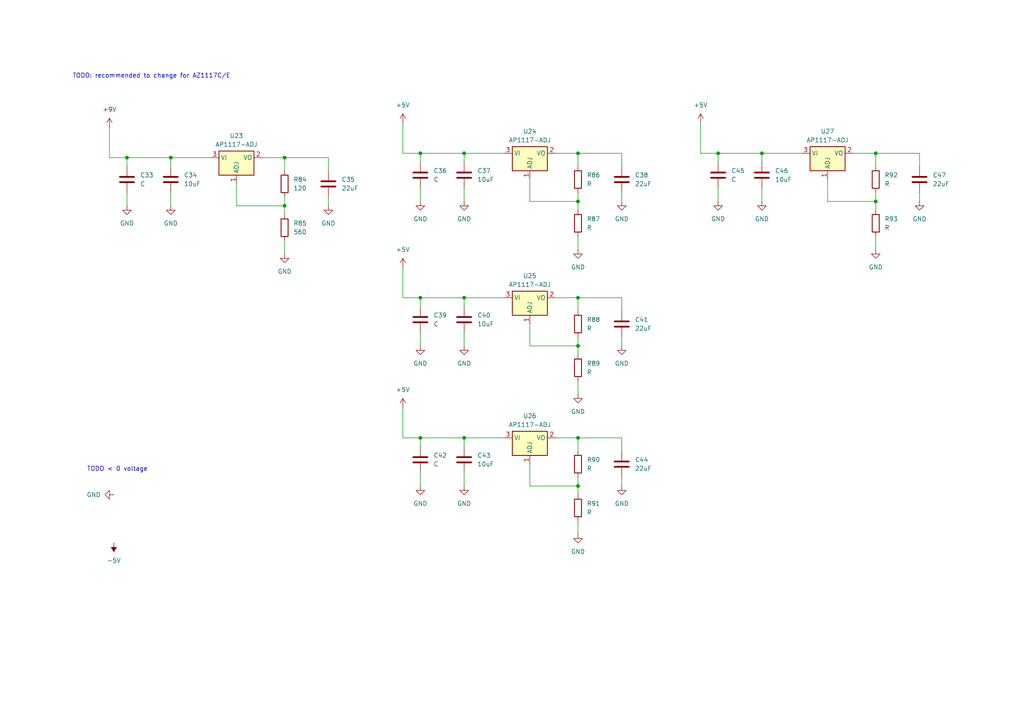
<source format=kicad_sch>
(kicad_sch
	(version 20250114)
	(generator "eeschema")
	(generator_version "9.0")
	(uuid "07dfa9d5-d16d-4b02-b0e2-ff0ee14fa4a8")
	(paper "A4")
	(lib_symbols
		(symbol "Device:C"
			(pin_numbers
				(hide yes)
			)
			(pin_names
				(offset 0.254)
			)
			(exclude_from_sim no)
			(in_bom yes)
			(on_board yes)
			(property "Reference" "C"
				(at 0.635 2.54 0)
				(effects
					(font
						(size 1.27 1.27)
					)
					(justify left)
				)
			)
			(property "Value" "C"
				(at 0.635 -2.54 0)
				(effects
					(font
						(size 1.27 1.27)
					)
					(justify left)
				)
			)
			(property "Footprint" ""
				(at 0.9652 -3.81 0)
				(effects
					(font
						(size 1.27 1.27)
					)
					(hide yes)
				)
			)
			(property "Datasheet" "~"
				(at 0 0 0)
				(effects
					(font
						(size 1.27 1.27)
					)
					(hide yes)
				)
			)
			(property "Description" "Unpolarized capacitor"
				(at 0 0 0)
				(effects
					(font
						(size 1.27 1.27)
					)
					(hide yes)
				)
			)
			(property "ki_keywords" "cap capacitor"
				(at 0 0 0)
				(effects
					(font
						(size 1.27 1.27)
					)
					(hide yes)
				)
			)
			(property "ki_fp_filters" "C_*"
				(at 0 0 0)
				(effects
					(font
						(size 1.27 1.27)
					)
					(hide yes)
				)
			)
			(symbol "C_0_1"
				(polyline
					(pts
						(xy -2.032 0.762) (xy 2.032 0.762)
					)
					(stroke
						(width 0.508)
						(type default)
					)
					(fill
						(type none)
					)
				)
				(polyline
					(pts
						(xy -2.032 -0.762) (xy 2.032 -0.762)
					)
					(stroke
						(width 0.508)
						(type default)
					)
					(fill
						(type none)
					)
				)
			)
			(symbol "C_1_1"
				(pin passive line
					(at 0 3.81 270)
					(length 2.794)
					(name "~"
						(effects
							(font
								(size 1.27 1.27)
							)
						)
					)
					(number "1"
						(effects
							(font
								(size 1.27 1.27)
							)
						)
					)
				)
				(pin passive line
					(at 0 -3.81 90)
					(length 2.794)
					(name "~"
						(effects
							(font
								(size 1.27 1.27)
							)
						)
					)
					(number "2"
						(effects
							(font
								(size 1.27 1.27)
							)
						)
					)
				)
			)
			(embedded_fonts no)
		)
		(symbol "Device:R"
			(pin_numbers
				(hide yes)
			)
			(pin_names
				(offset 0)
			)
			(exclude_from_sim no)
			(in_bom yes)
			(on_board yes)
			(property "Reference" "R"
				(at 2.032 0 90)
				(effects
					(font
						(size 1.27 1.27)
					)
				)
			)
			(property "Value" "R"
				(at 0 0 90)
				(effects
					(font
						(size 1.27 1.27)
					)
				)
			)
			(property "Footprint" ""
				(at -1.778 0 90)
				(effects
					(font
						(size 1.27 1.27)
					)
					(hide yes)
				)
			)
			(property "Datasheet" "~"
				(at 0 0 0)
				(effects
					(font
						(size 1.27 1.27)
					)
					(hide yes)
				)
			)
			(property "Description" "Resistor"
				(at 0 0 0)
				(effects
					(font
						(size 1.27 1.27)
					)
					(hide yes)
				)
			)
			(property "ki_keywords" "R res resistor"
				(at 0 0 0)
				(effects
					(font
						(size 1.27 1.27)
					)
					(hide yes)
				)
			)
			(property "ki_fp_filters" "R_*"
				(at 0 0 0)
				(effects
					(font
						(size 1.27 1.27)
					)
					(hide yes)
				)
			)
			(symbol "R_0_1"
				(rectangle
					(start -1.016 -2.54)
					(end 1.016 2.54)
					(stroke
						(width 0.254)
						(type default)
					)
					(fill
						(type none)
					)
				)
			)
			(symbol "R_1_1"
				(pin passive line
					(at 0 3.81 270)
					(length 1.27)
					(name "~"
						(effects
							(font
								(size 1.27 1.27)
							)
						)
					)
					(number "1"
						(effects
							(font
								(size 1.27 1.27)
							)
						)
					)
				)
				(pin passive line
					(at 0 -3.81 90)
					(length 1.27)
					(name "~"
						(effects
							(font
								(size 1.27 1.27)
							)
						)
					)
					(number "2"
						(effects
							(font
								(size 1.27 1.27)
							)
						)
					)
				)
			)
			(embedded_fonts no)
		)
		(symbol "Regulator_Linear:AP1117-ADJ"
			(exclude_from_sim no)
			(in_bom yes)
			(on_board yes)
			(property "Reference" "U"
				(at -3.81 3.175 0)
				(effects
					(font
						(size 1.27 1.27)
					)
				)
			)
			(property "Value" "AP1117-ADJ"
				(at 0 3.175 0)
				(effects
					(font
						(size 1.27 1.27)
					)
					(justify left)
				)
			)
			(property "Footprint" "Package_TO_SOT_SMD:SOT-223-3_TabPin2"
				(at 0 5.08 0)
				(effects
					(font
						(size 1.27 1.27)
					)
					(hide yes)
				)
			)
			(property "Datasheet" "http://www.diodes.com/datasheets/AP1117.pdf"
				(at 2.54 -6.35 0)
				(effects
					(font
						(size 1.27 1.27)
					)
					(hide yes)
				)
			)
			(property "Description" "1A Low Dropout regulator, positive, adjustable output, SOT-223"
				(at 0 0 0)
				(effects
					(font
						(size 1.27 1.27)
					)
					(hide yes)
				)
			)
			(property "ki_keywords" "linear regulator ldo adjustable positive obsolete"
				(at 0 0 0)
				(effects
					(font
						(size 1.27 1.27)
					)
					(hide yes)
				)
			)
			(property "ki_fp_filters" "SOT?223*TabPin2*"
				(at 0 0 0)
				(effects
					(font
						(size 1.27 1.27)
					)
					(hide yes)
				)
			)
			(symbol "AP1117-ADJ_0_1"
				(rectangle
					(start -5.08 -5.08)
					(end 5.08 1.905)
					(stroke
						(width 0.254)
						(type default)
					)
					(fill
						(type background)
					)
				)
			)
			(symbol "AP1117-ADJ_1_1"
				(pin power_in line
					(at -7.62 0 0)
					(length 2.54)
					(name "VI"
						(effects
							(font
								(size 1.27 1.27)
							)
						)
					)
					(number "3"
						(effects
							(font
								(size 1.27 1.27)
							)
						)
					)
				)
				(pin input line
					(at 0 -7.62 90)
					(length 2.54)
					(name "ADJ"
						(effects
							(font
								(size 1.27 1.27)
							)
						)
					)
					(number "1"
						(effects
							(font
								(size 1.27 1.27)
							)
						)
					)
				)
				(pin power_out line
					(at 7.62 0 180)
					(length 2.54)
					(name "VO"
						(effects
							(font
								(size 1.27 1.27)
							)
						)
					)
					(number "2"
						(effects
							(font
								(size 1.27 1.27)
							)
						)
					)
				)
			)
			(embedded_fonts no)
		)
		(symbol "power:+5V"
			(power)
			(pin_numbers
				(hide yes)
			)
			(pin_names
				(offset 0)
				(hide yes)
			)
			(exclude_from_sim no)
			(in_bom yes)
			(on_board yes)
			(property "Reference" "#PWR"
				(at 0 -3.81 0)
				(effects
					(font
						(size 1.27 1.27)
					)
					(hide yes)
				)
			)
			(property "Value" "+5V"
				(at 0 3.556 0)
				(effects
					(font
						(size 1.27 1.27)
					)
				)
			)
			(property "Footprint" ""
				(at 0 0 0)
				(effects
					(font
						(size 1.27 1.27)
					)
					(hide yes)
				)
			)
			(property "Datasheet" ""
				(at 0 0 0)
				(effects
					(font
						(size 1.27 1.27)
					)
					(hide yes)
				)
			)
			(property "Description" "Power symbol creates a global label with name \"+5V\""
				(at 0 0 0)
				(effects
					(font
						(size 1.27 1.27)
					)
					(hide yes)
				)
			)
			(property "ki_keywords" "global power"
				(at 0 0 0)
				(effects
					(font
						(size 1.27 1.27)
					)
					(hide yes)
				)
			)
			(symbol "+5V_0_1"
				(polyline
					(pts
						(xy -0.762 1.27) (xy 0 2.54)
					)
					(stroke
						(width 0)
						(type default)
					)
					(fill
						(type none)
					)
				)
				(polyline
					(pts
						(xy 0 2.54) (xy 0.762 1.27)
					)
					(stroke
						(width 0)
						(type default)
					)
					(fill
						(type none)
					)
				)
				(polyline
					(pts
						(xy 0 0) (xy 0 2.54)
					)
					(stroke
						(width 0)
						(type default)
					)
					(fill
						(type none)
					)
				)
			)
			(symbol "+5V_1_1"
				(pin power_in line
					(at 0 0 90)
					(length 0)
					(name "~"
						(effects
							(font
								(size 1.27 1.27)
							)
						)
					)
					(number "1"
						(effects
							(font
								(size 1.27 1.27)
							)
						)
					)
				)
			)
			(embedded_fonts no)
		)
		(symbol "power:+9V"
			(power)
			(pin_numbers
				(hide yes)
			)
			(pin_names
				(offset 0)
				(hide yes)
			)
			(exclude_from_sim no)
			(in_bom yes)
			(on_board yes)
			(property "Reference" "#PWR"
				(at 0 -3.81 0)
				(effects
					(font
						(size 1.27 1.27)
					)
					(hide yes)
				)
			)
			(property "Value" "+9V"
				(at 0 3.556 0)
				(effects
					(font
						(size 1.27 1.27)
					)
				)
			)
			(property "Footprint" ""
				(at 0 0 0)
				(effects
					(font
						(size 1.27 1.27)
					)
					(hide yes)
				)
			)
			(property "Datasheet" ""
				(at 0 0 0)
				(effects
					(font
						(size 1.27 1.27)
					)
					(hide yes)
				)
			)
			(property "Description" "Power symbol creates a global label with name \"+9V\""
				(at 0 0 0)
				(effects
					(font
						(size 1.27 1.27)
					)
					(hide yes)
				)
			)
			(property "ki_keywords" "global power"
				(at 0 0 0)
				(effects
					(font
						(size 1.27 1.27)
					)
					(hide yes)
				)
			)
			(symbol "+9V_0_1"
				(polyline
					(pts
						(xy -0.762 1.27) (xy 0 2.54)
					)
					(stroke
						(width 0)
						(type default)
					)
					(fill
						(type none)
					)
				)
				(polyline
					(pts
						(xy 0 2.54) (xy 0.762 1.27)
					)
					(stroke
						(width 0)
						(type default)
					)
					(fill
						(type none)
					)
				)
				(polyline
					(pts
						(xy 0 0) (xy 0 2.54)
					)
					(stroke
						(width 0)
						(type default)
					)
					(fill
						(type none)
					)
				)
			)
			(symbol "+9V_1_1"
				(pin power_in line
					(at 0 0 90)
					(length 0)
					(name "~"
						(effects
							(font
								(size 1.27 1.27)
							)
						)
					)
					(number "1"
						(effects
							(font
								(size 1.27 1.27)
							)
						)
					)
				)
			)
			(embedded_fonts no)
		)
		(symbol "power:-5V"
			(power)
			(pin_numbers
				(hide yes)
			)
			(pin_names
				(offset 0)
				(hide yes)
			)
			(exclude_from_sim no)
			(in_bom yes)
			(on_board yes)
			(property "Reference" "#PWR"
				(at 0 -3.81 0)
				(effects
					(font
						(size 1.27 1.27)
					)
					(hide yes)
				)
			)
			(property "Value" "-5V"
				(at 0 3.556 0)
				(effects
					(font
						(size 1.27 1.27)
					)
				)
			)
			(property "Footprint" ""
				(at 0 0 0)
				(effects
					(font
						(size 1.27 1.27)
					)
					(hide yes)
				)
			)
			(property "Datasheet" ""
				(at 0 0 0)
				(effects
					(font
						(size 1.27 1.27)
					)
					(hide yes)
				)
			)
			(property "Description" "Power symbol creates a global label with name \"-5V\""
				(at 0 0 0)
				(effects
					(font
						(size 1.27 1.27)
					)
					(hide yes)
				)
			)
			(property "ki_keywords" "global power"
				(at 0 0 0)
				(effects
					(font
						(size 1.27 1.27)
					)
					(hide yes)
				)
			)
			(symbol "-5V_0_0"
				(pin power_in line
					(at 0 0 90)
					(length 0)
					(name "~"
						(effects
							(font
								(size 1.27 1.27)
							)
						)
					)
					(number "1"
						(effects
							(font
								(size 1.27 1.27)
							)
						)
					)
				)
			)
			(symbol "-5V_0_1"
				(polyline
					(pts
						(xy 0 0) (xy 0 1.27) (xy 0.762 1.27) (xy 0 2.54) (xy -0.762 1.27) (xy 0 1.27)
					)
					(stroke
						(width 0)
						(type default)
					)
					(fill
						(type outline)
					)
				)
			)
			(embedded_fonts no)
		)
		(symbol "power:GND"
			(power)
			(pin_numbers
				(hide yes)
			)
			(pin_names
				(offset 0)
				(hide yes)
			)
			(exclude_from_sim no)
			(in_bom yes)
			(on_board yes)
			(property "Reference" "#PWR"
				(at 0 -6.35 0)
				(effects
					(font
						(size 1.27 1.27)
					)
					(hide yes)
				)
			)
			(property "Value" "GND"
				(at 0 -3.81 0)
				(effects
					(font
						(size 1.27 1.27)
					)
				)
			)
			(property "Footprint" ""
				(at 0 0 0)
				(effects
					(font
						(size 1.27 1.27)
					)
					(hide yes)
				)
			)
			(property "Datasheet" ""
				(at 0 0 0)
				(effects
					(font
						(size 1.27 1.27)
					)
					(hide yes)
				)
			)
			(property "Description" "Power symbol creates a global label with name \"GND\" , ground"
				(at 0 0 0)
				(effects
					(font
						(size 1.27 1.27)
					)
					(hide yes)
				)
			)
			(property "ki_keywords" "global power"
				(at 0 0 0)
				(effects
					(font
						(size 1.27 1.27)
					)
					(hide yes)
				)
			)
			(symbol "GND_0_1"
				(polyline
					(pts
						(xy 0 0) (xy 0 -1.27) (xy 1.27 -1.27) (xy 0 -2.54) (xy -1.27 -1.27) (xy 0 -1.27)
					)
					(stroke
						(width 0)
						(type default)
					)
					(fill
						(type none)
					)
				)
			)
			(symbol "GND_1_1"
				(pin power_in line
					(at 0 0 270)
					(length 0)
					(name "~"
						(effects
							(font
								(size 1.27 1.27)
							)
						)
					)
					(number "1"
						(effects
							(font
								(size 1.27 1.27)
							)
						)
					)
				)
			)
			(embedded_fonts no)
		)
	)
	(text "TODO < 0 voltage\n\n"
		(exclude_from_sim no)
		(at 34.036 137.16 0)
		(effects
			(font
				(size 1.27 1.27)
			)
		)
		(uuid "7860529b-794b-49f2-b57c-a06e98b36c56")
	)
	(text "TODO: recommended to change for AZ1117C/E"
		(exclude_from_sim no)
		(at 43.942 22.098 0)
		(effects
			(font
				(size 1.27 1.27)
			)
		)
		(uuid "c21b53dd-3bd9-4ca1-8d0f-7742874265bb")
	)
	(junction
		(at 82.55 45.72)
		(diameter 0)
		(color 0 0 0 0)
		(uuid "01719f2e-05fc-49e3-bf52-ca06db30de61")
	)
	(junction
		(at 36.83 45.72)
		(diameter 0)
		(color 0 0 0 0)
		(uuid "0ca355c6-9652-4b9b-a313-0631ff2c3010")
	)
	(junction
		(at 167.64 140.97)
		(diameter 0)
		(color 0 0 0 0)
		(uuid "269dc195-8139-4c26-8b6f-105b653e1f9e")
	)
	(junction
		(at 49.53 45.72)
		(diameter 0)
		(color 0 0 0 0)
		(uuid "5dcbba23-f1d5-465a-ba11-8612a616ef37")
	)
	(junction
		(at 121.92 44.45)
		(diameter 0)
		(color 0 0 0 0)
		(uuid "6660844d-6933-45f8-b8ec-5ec44c0320da")
	)
	(junction
		(at 220.98 44.45)
		(diameter 0)
		(color 0 0 0 0)
		(uuid "78374a08-c9ad-40db-8f96-93e7c5b6b52f")
	)
	(junction
		(at 167.64 127)
		(diameter 0)
		(color 0 0 0 0)
		(uuid "7a81f956-82ad-409f-994b-6d049e794c14")
	)
	(junction
		(at 121.92 127)
		(diameter 0)
		(color 0 0 0 0)
		(uuid "7dc5c696-7527-435d-8266-1dfe3734fb2a")
	)
	(junction
		(at 167.64 58.42)
		(diameter 0)
		(color 0 0 0 0)
		(uuid "91e796d4-705e-4664-b193-967d32afe54f")
	)
	(junction
		(at 254 58.42)
		(diameter 0)
		(color 0 0 0 0)
		(uuid "95b2ddb3-6144-4ec7-9fc5-3d238186e05a")
	)
	(junction
		(at 134.62 44.45)
		(diameter 0)
		(color 0 0 0 0)
		(uuid "9deb2202-185b-45d3-976c-9510d054a594")
	)
	(junction
		(at 167.64 86.36)
		(diameter 0)
		(color 0 0 0 0)
		(uuid "a06a123c-dd01-471b-9976-b1750e1ee3ae")
	)
	(junction
		(at 82.55 59.69)
		(diameter 0)
		(color 0 0 0 0)
		(uuid "a33d88db-d0fa-402c-b25b-2392917e0f7f")
	)
	(junction
		(at 208.28 44.45)
		(diameter 0)
		(color 0 0 0 0)
		(uuid "b6702e34-c18f-4832-a411-abe546522a5b")
	)
	(junction
		(at 167.64 44.45)
		(diameter 0)
		(color 0 0 0 0)
		(uuid "b98c28f9-15a1-4891-86a9-9c1e21c00849")
	)
	(junction
		(at 254 44.45)
		(diameter 0)
		(color 0 0 0 0)
		(uuid "d840c074-f6f6-4380-90ce-8cf0c6418a2f")
	)
	(junction
		(at 134.62 127)
		(diameter 0)
		(color 0 0 0 0)
		(uuid "e8c744b7-300b-4f0c-aca4-894059bd3f9d")
	)
	(junction
		(at 167.64 100.33)
		(diameter 0)
		(color 0 0 0 0)
		(uuid "e999359c-0b47-4de2-92a5-f0f76f5b8c32")
	)
	(junction
		(at 121.92 86.36)
		(diameter 0)
		(color 0 0 0 0)
		(uuid "f634fa0d-6ba4-424d-aaa6-84fcfc7fd418")
	)
	(junction
		(at 134.62 86.36)
		(diameter 0)
		(color 0 0 0 0)
		(uuid "f78663ad-3229-443b-a7fe-2adaed50193f")
	)
	(wire
		(pts
			(xy 266.7 44.45) (xy 254 44.45)
		)
		(stroke
			(width 0)
			(type default)
		)
		(uuid "007b97e4-0606-4bff-a560-9b24296f55fb")
	)
	(wire
		(pts
			(xy 134.62 137.16) (xy 134.62 140.97)
		)
		(stroke
			(width 0)
			(type default)
		)
		(uuid "02f4fb71-24d6-4dc2-bd81-cde6751b6c4c")
	)
	(wire
		(pts
			(xy 167.64 58.42) (xy 167.64 60.96)
		)
		(stroke
			(width 0)
			(type default)
		)
		(uuid "07a46c1a-74d5-4176-bfa0-3304d08244bb")
	)
	(wire
		(pts
			(xy 121.92 86.36) (xy 134.62 86.36)
		)
		(stroke
			(width 0)
			(type default)
		)
		(uuid "0940fd88-085c-4a33-a561-83d289b945cc")
	)
	(wire
		(pts
			(xy 208.28 54.61) (xy 208.28 58.42)
		)
		(stroke
			(width 0)
			(type default)
		)
		(uuid "09700c89-ac4f-47e2-91d9-7f8b43bb9c73")
	)
	(wire
		(pts
			(xy 68.58 59.69) (xy 82.55 59.69)
		)
		(stroke
			(width 0)
			(type default)
		)
		(uuid "0b6c86c1-07e6-467e-afeb-59a2018301d3")
	)
	(wire
		(pts
			(xy 167.64 44.45) (xy 161.29 44.45)
		)
		(stroke
			(width 0)
			(type default)
		)
		(uuid "0f39fc20-d743-4d9e-a6da-45e176884034")
	)
	(wire
		(pts
			(xy 266.7 55.88) (xy 266.7 58.42)
		)
		(stroke
			(width 0)
			(type default)
		)
		(uuid "119871ff-c800-4309-8c25-06db2a673c75")
	)
	(wire
		(pts
			(xy 167.64 55.88) (xy 167.64 58.42)
		)
		(stroke
			(width 0)
			(type default)
		)
		(uuid "12164193-947b-4d09-ae09-dfaf94875b5a")
	)
	(wire
		(pts
			(xy 82.55 45.72) (xy 76.2 45.72)
		)
		(stroke
			(width 0)
			(type default)
		)
		(uuid "152255bd-46aa-4574-93c6-ee77e5d874ac")
	)
	(wire
		(pts
			(xy 167.64 127) (xy 161.29 127)
		)
		(stroke
			(width 0)
			(type default)
		)
		(uuid "1bba8d26-612e-43ad-a1c2-fd93fa64686c")
	)
	(wire
		(pts
			(xy 153.67 52.07) (xy 153.67 58.42)
		)
		(stroke
			(width 0)
			(type default)
		)
		(uuid "215bfb6f-d736-4620-816f-a7f045145564")
	)
	(wire
		(pts
			(xy 121.92 96.52) (xy 121.92 100.33)
		)
		(stroke
			(width 0)
			(type default)
		)
		(uuid "239301f7-cf3b-4175-91ea-0c9ef5a65c1a")
	)
	(wire
		(pts
			(xy 167.64 151.13) (xy 167.64 154.94)
		)
		(stroke
			(width 0)
			(type default)
		)
		(uuid "2439893d-6fb6-415b-a555-e1748c564b15")
	)
	(wire
		(pts
			(xy 36.83 55.88) (xy 36.83 59.69)
		)
		(stroke
			(width 0)
			(type default)
		)
		(uuid "272831be-38bc-4f56-b78d-fed80c27818e")
	)
	(wire
		(pts
			(xy 121.92 137.16) (xy 121.92 140.97)
		)
		(stroke
			(width 0)
			(type default)
		)
		(uuid "27d96b2d-089f-4862-9b3d-d648cc4baba3")
	)
	(wire
		(pts
			(xy 153.67 58.42) (xy 167.64 58.42)
		)
		(stroke
			(width 0)
			(type default)
		)
		(uuid "28f97ae7-978f-4ccf-bb31-ce49993fe11b")
	)
	(wire
		(pts
			(xy 49.53 55.88) (xy 49.53 59.69)
		)
		(stroke
			(width 0)
			(type default)
		)
		(uuid "358f4afb-7cd6-4315-83c3-2db3e0370dcc")
	)
	(wire
		(pts
			(xy 167.64 130.81) (xy 167.64 127)
		)
		(stroke
			(width 0)
			(type default)
		)
		(uuid "38699dfd-477a-4b88-b713-802bee236b16")
	)
	(wire
		(pts
			(xy 153.67 140.97) (xy 167.64 140.97)
		)
		(stroke
			(width 0)
			(type default)
		)
		(uuid "39367e36-6c81-405e-b1c8-13c975501980")
	)
	(wire
		(pts
			(xy 121.92 127) (xy 134.62 127)
		)
		(stroke
			(width 0)
			(type default)
		)
		(uuid "39bf2874-c229-44c0-ab0a-663bd1dc4061")
	)
	(wire
		(pts
			(xy 167.64 86.36) (xy 161.29 86.36)
		)
		(stroke
			(width 0)
			(type default)
		)
		(uuid "43f2a56a-7f56-4978-859f-e10ea83d2f01")
	)
	(wire
		(pts
			(xy 134.62 96.52) (xy 134.62 100.33)
		)
		(stroke
			(width 0)
			(type default)
		)
		(uuid "4435f1db-7dd4-4e57-b0b6-78e9c21424b2")
	)
	(wire
		(pts
			(xy 254 44.45) (xy 247.65 44.45)
		)
		(stroke
			(width 0)
			(type default)
		)
		(uuid "461b212a-06b9-470b-ae41-e904dd62ea61")
	)
	(wire
		(pts
			(xy 167.64 97.79) (xy 167.64 100.33)
		)
		(stroke
			(width 0)
			(type default)
		)
		(uuid "49eea274-7ca4-4324-9076-1d949e432fb2")
	)
	(wire
		(pts
			(xy 167.64 90.17) (xy 167.64 86.36)
		)
		(stroke
			(width 0)
			(type default)
		)
		(uuid "4c7f674c-800d-4d75-b590-2246723aab08")
	)
	(wire
		(pts
			(xy 220.98 54.61) (xy 220.98 58.42)
		)
		(stroke
			(width 0)
			(type default)
		)
		(uuid "512bec4f-6ec5-4ea0-81af-891cee450b7a")
	)
	(wire
		(pts
			(xy 153.67 134.62) (xy 153.67 140.97)
		)
		(stroke
			(width 0)
			(type default)
		)
		(uuid "55edbaf3-3454-4398-a7f4-db5c210184ce")
	)
	(wire
		(pts
			(xy 95.25 57.15) (xy 95.25 59.69)
		)
		(stroke
			(width 0)
			(type default)
		)
		(uuid "569abea5-c059-4c24-943f-b178d4adb8ba")
	)
	(wire
		(pts
			(xy 167.64 100.33) (xy 167.64 102.87)
		)
		(stroke
			(width 0)
			(type default)
		)
		(uuid "56c22e68-10ad-4cdb-b0b8-2f0757e30bdb")
	)
	(wire
		(pts
			(xy 240.03 52.07) (xy 240.03 58.42)
		)
		(stroke
			(width 0)
			(type default)
		)
		(uuid "574fa9e4-3808-4dec-8ec6-9aaf1de61e69")
	)
	(wire
		(pts
			(xy 180.34 138.43) (xy 180.34 140.97)
		)
		(stroke
			(width 0)
			(type default)
		)
		(uuid "5ddbf01d-e75a-461a-8fa0-05c194a27c32")
	)
	(wire
		(pts
			(xy 208.28 44.45) (xy 220.98 44.45)
		)
		(stroke
			(width 0)
			(type default)
		)
		(uuid "632f5c05-63e8-4713-8f90-8174e74e630e")
	)
	(wire
		(pts
			(xy 95.25 45.72) (xy 82.55 45.72)
		)
		(stroke
			(width 0)
			(type default)
		)
		(uuid "65f78632-38d7-43c7-b488-b9d06af1bebc")
	)
	(wire
		(pts
			(xy 116.84 77.47) (xy 116.84 86.36)
		)
		(stroke
			(width 0)
			(type default)
		)
		(uuid "665723cb-6c89-4223-80ab-10d2daaa157b")
	)
	(wire
		(pts
			(xy 121.92 46.99) (xy 121.92 44.45)
		)
		(stroke
			(width 0)
			(type default)
		)
		(uuid "6d6dcbb2-4cf5-400a-ab5b-f063e0649738")
	)
	(wire
		(pts
			(xy 134.62 44.45) (xy 134.62 46.99)
		)
		(stroke
			(width 0)
			(type default)
		)
		(uuid "6f0f6654-cca8-48d3-a3c2-7c1d147f86c3")
	)
	(wire
		(pts
			(xy 134.62 127) (xy 146.05 127)
		)
		(stroke
			(width 0)
			(type default)
		)
		(uuid "721722f6-ec82-4035-ac06-a0337c727754")
	)
	(wire
		(pts
			(xy 116.84 35.56) (xy 116.84 44.45)
		)
		(stroke
			(width 0)
			(type default)
		)
		(uuid "72abc07f-f4c9-45d9-894f-78509cec98a3")
	)
	(wire
		(pts
			(xy 180.34 127) (xy 167.64 127)
		)
		(stroke
			(width 0)
			(type default)
		)
		(uuid "7804fcdb-da59-40f0-bc63-08b13825a58f")
	)
	(wire
		(pts
			(xy 254 48.26) (xy 254 44.45)
		)
		(stroke
			(width 0)
			(type default)
		)
		(uuid "78cded75-a341-41ef-b118-bf7341326ced")
	)
	(wire
		(pts
			(xy 266.7 48.26) (xy 266.7 44.45)
		)
		(stroke
			(width 0)
			(type default)
		)
		(uuid "7f50af1a-2092-4d09-985f-1917ab5290d3")
	)
	(wire
		(pts
			(xy 82.55 59.69) (xy 82.55 62.23)
		)
		(stroke
			(width 0)
			(type default)
		)
		(uuid "81e33522-bc07-418a-abac-03930bdefcae")
	)
	(wire
		(pts
			(xy 240.03 58.42) (xy 254 58.42)
		)
		(stroke
			(width 0)
			(type default)
		)
		(uuid "82385ef3-2035-4873-addf-2991eefeb5e3")
	)
	(wire
		(pts
			(xy 49.53 45.72) (xy 49.53 48.26)
		)
		(stroke
			(width 0)
			(type default)
		)
		(uuid "83c6d218-85f5-4e43-8bf3-c7f314f57c34")
	)
	(wire
		(pts
			(xy 180.34 48.26) (xy 180.34 44.45)
		)
		(stroke
			(width 0)
			(type default)
		)
		(uuid "8496ef99-a6f8-4a33-9560-24c3de00f4b6")
	)
	(wire
		(pts
			(xy 180.34 97.79) (xy 180.34 100.33)
		)
		(stroke
			(width 0)
			(type default)
		)
		(uuid "877e9e27-f3ca-4814-a32a-f6a17ea5ab87")
	)
	(wire
		(pts
			(xy 220.98 44.45) (xy 220.98 46.99)
		)
		(stroke
			(width 0)
			(type default)
		)
		(uuid "8ad6269d-202f-423c-aa3e-e66c470a2084")
	)
	(wire
		(pts
			(xy 121.92 54.61) (xy 121.92 58.42)
		)
		(stroke
			(width 0)
			(type default)
		)
		(uuid "912ea1ab-cd11-4e9c-b52b-19bdd275a70e")
	)
	(wire
		(pts
			(xy 254 55.88) (xy 254 58.42)
		)
		(stroke
			(width 0)
			(type default)
		)
		(uuid "9220f1dc-c1bf-4559-8474-a855ef0cf9d3")
	)
	(wire
		(pts
			(xy 167.64 140.97) (xy 167.64 143.51)
		)
		(stroke
			(width 0)
			(type default)
		)
		(uuid "9d2841ee-a3f4-485f-8ce2-0ffe7342d4db")
	)
	(wire
		(pts
			(xy 208.28 46.99) (xy 208.28 44.45)
		)
		(stroke
			(width 0)
			(type default)
		)
		(uuid "9e8939f3-1e2f-4883-ab19-77af34a4627f")
	)
	(wire
		(pts
			(xy 167.64 68.58) (xy 167.64 72.39)
		)
		(stroke
			(width 0)
			(type default)
		)
		(uuid "a228a328-956a-4e08-a9c5-e0a8a54b60ff")
	)
	(wire
		(pts
			(xy 203.2 44.45) (xy 208.28 44.45)
		)
		(stroke
			(width 0)
			(type default)
		)
		(uuid "a88e065a-d966-45e2-a4a6-5ab033900f80")
	)
	(wire
		(pts
			(xy 121.92 88.9) (xy 121.92 86.36)
		)
		(stroke
			(width 0)
			(type default)
		)
		(uuid "aac977c6-1f19-4e04-a398-76b0cca9c802")
	)
	(wire
		(pts
			(xy 180.34 55.88) (xy 180.34 58.42)
		)
		(stroke
			(width 0)
			(type default)
		)
		(uuid "ab7ac36a-d297-4af4-8469-b0be8e7f96dd")
	)
	(wire
		(pts
			(xy 153.67 100.33) (xy 167.64 100.33)
		)
		(stroke
			(width 0)
			(type default)
		)
		(uuid "afad2dc5-c0bb-4477-8dce-fd420575a43f")
	)
	(wire
		(pts
			(xy 82.55 49.53) (xy 82.55 45.72)
		)
		(stroke
			(width 0)
			(type default)
		)
		(uuid "b1dcc324-cfe1-42b8-8f56-145be49ec259")
	)
	(wire
		(pts
			(xy 134.62 127) (xy 134.62 129.54)
		)
		(stroke
			(width 0)
			(type default)
		)
		(uuid "b4fce77a-cb68-4f2b-bc46-e89f2ed5edb7")
	)
	(wire
		(pts
			(xy 254 58.42) (xy 254 60.96)
		)
		(stroke
			(width 0)
			(type default)
		)
		(uuid "b55ffd39-62e9-49f3-8e47-fda07ee2a070")
	)
	(wire
		(pts
			(xy 68.58 53.34) (xy 68.58 59.69)
		)
		(stroke
			(width 0)
			(type default)
		)
		(uuid "b7354e21-8946-4ba3-a7de-1f8ad2922b44")
	)
	(wire
		(pts
			(xy 180.34 86.36) (xy 167.64 86.36)
		)
		(stroke
			(width 0)
			(type default)
		)
		(uuid "bc223216-15f2-49dd-b9cc-d63d30311a49")
	)
	(wire
		(pts
			(xy 134.62 44.45) (xy 146.05 44.45)
		)
		(stroke
			(width 0)
			(type default)
		)
		(uuid "bc359668-d69f-4bd0-a5e4-370e13fef2c1")
	)
	(wire
		(pts
			(xy 134.62 86.36) (xy 146.05 86.36)
		)
		(stroke
			(width 0)
			(type default)
		)
		(uuid "bd2cd41c-c40d-449f-abea-9b5fb7188a18")
	)
	(wire
		(pts
			(xy 95.25 49.53) (xy 95.25 45.72)
		)
		(stroke
			(width 0)
			(type default)
		)
		(uuid "be35e5a9-30b1-411e-bb18-577c248158ff")
	)
	(wire
		(pts
			(xy 254 68.58) (xy 254 72.39)
		)
		(stroke
			(width 0)
			(type default)
		)
		(uuid "c1a7c01b-aaf8-4821-8e46-39312704e953")
	)
	(wire
		(pts
			(xy 121.92 44.45) (xy 134.62 44.45)
		)
		(stroke
			(width 0)
			(type default)
		)
		(uuid "c416fd90-7d2f-424d-8df4-1959f05307f0")
	)
	(wire
		(pts
			(xy 116.84 86.36) (xy 121.92 86.36)
		)
		(stroke
			(width 0)
			(type default)
		)
		(uuid "c98d9382-5885-4613-8c9e-c6110ae85b38")
	)
	(wire
		(pts
			(xy 180.34 44.45) (xy 167.64 44.45)
		)
		(stroke
			(width 0)
			(type default)
		)
		(uuid "cae8be0e-a71a-492e-a672-8651dddfa132")
	)
	(wire
		(pts
			(xy 167.64 110.49) (xy 167.64 114.3)
		)
		(stroke
			(width 0)
			(type default)
		)
		(uuid "ccd09981-d5fe-4f59-b465-2f37f8346e73")
	)
	(wire
		(pts
			(xy 82.55 57.15) (xy 82.55 59.69)
		)
		(stroke
			(width 0)
			(type default)
		)
		(uuid "d05512e1-e35e-4c25-b2c2-2dcb846cf910")
	)
	(wire
		(pts
			(xy 167.64 48.26) (xy 167.64 44.45)
		)
		(stroke
			(width 0)
			(type default)
		)
		(uuid "dd211b85-9d86-41de-9a3c-11dea1fe1992")
	)
	(wire
		(pts
			(xy 31.75 45.72) (xy 36.83 45.72)
		)
		(stroke
			(width 0)
			(type default)
		)
		(uuid "dd5b182c-8964-48dc-a36b-dbee2cf5c697")
	)
	(wire
		(pts
			(xy 203.2 35.56) (xy 203.2 44.45)
		)
		(stroke
			(width 0)
			(type default)
		)
		(uuid "e4b68469-6784-41fd-9eeb-482bdb6f31bb")
	)
	(wire
		(pts
			(xy 116.84 44.45) (xy 121.92 44.45)
		)
		(stroke
			(width 0)
			(type default)
		)
		(uuid "e4eca070-1d6c-4e26-bbe5-429b39d3fd18")
	)
	(wire
		(pts
			(xy 36.83 45.72) (xy 49.53 45.72)
		)
		(stroke
			(width 0)
			(type default)
		)
		(uuid "e552244f-7605-4cb9-8eec-7d358fc39aee")
	)
	(wire
		(pts
			(xy 36.83 48.26) (xy 36.83 45.72)
		)
		(stroke
			(width 0)
			(type default)
		)
		(uuid "e58f4c78-1172-40e1-8348-994cca155748")
	)
	(wire
		(pts
			(xy 116.84 118.11) (xy 116.84 127)
		)
		(stroke
			(width 0)
			(type default)
		)
		(uuid "e6940453-83bd-4a48-bf53-3b014ccd5f73")
	)
	(wire
		(pts
			(xy 220.98 44.45) (xy 232.41 44.45)
		)
		(stroke
			(width 0)
			(type default)
		)
		(uuid "e85a0586-ddf0-413b-bd6d-48160e44d10a")
	)
	(wire
		(pts
			(xy 180.34 90.17) (xy 180.34 86.36)
		)
		(stroke
			(width 0)
			(type default)
		)
		(uuid "e8cde205-fcf1-40b5-9cd3-1fefca82cb79")
	)
	(wire
		(pts
			(xy 180.34 130.81) (xy 180.34 127)
		)
		(stroke
			(width 0)
			(type default)
		)
		(uuid "ec56a158-4109-4f7c-a6b7-4bef2b75e95d")
	)
	(wire
		(pts
			(xy 49.53 45.72) (xy 60.96 45.72)
		)
		(stroke
			(width 0)
			(type default)
		)
		(uuid "ec7592da-b46a-4406-a761-dc924b27865e")
	)
	(wire
		(pts
			(xy 153.67 93.98) (xy 153.67 100.33)
		)
		(stroke
			(width 0)
			(type default)
		)
		(uuid "efe683db-e932-4c76-b374-e071076e3a88")
	)
	(wire
		(pts
			(xy 82.55 69.85) (xy 82.55 73.66)
		)
		(stroke
			(width 0)
			(type default)
		)
		(uuid "eff1e6ee-4cbc-47e7-b418-9ce899795525")
	)
	(wire
		(pts
			(xy 134.62 86.36) (xy 134.62 88.9)
		)
		(stroke
			(width 0)
			(type default)
		)
		(uuid "f31c4d08-b604-4927-8e28-fee06f1630c6")
	)
	(wire
		(pts
			(xy 134.62 54.61) (xy 134.62 58.42)
		)
		(stroke
			(width 0)
			(type default)
		)
		(uuid "f54c986f-fa42-451e-abb2-65256cde5653")
	)
	(wire
		(pts
			(xy 31.75 36.83) (xy 31.75 45.72)
		)
		(stroke
			(width 0)
			(type default)
		)
		(uuid "f5f176db-0ad8-49f7-8a30-3c221dc8cd70")
	)
	(wire
		(pts
			(xy 167.64 138.43) (xy 167.64 140.97)
		)
		(stroke
			(width 0)
			(type default)
		)
		(uuid "f7ced0ed-4836-475b-a474-3d88ef4580fa")
	)
	(wire
		(pts
			(xy 121.92 129.54) (xy 121.92 127)
		)
		(stroke
			(width 0)
			(type default)
		)
		(uuid "fb2fe148-ed92-467b-9f48-d005af7fd225")
	)
	(wire
		(pts
			(xy 116.84 127) (xy 121.92 127)
		)
		(stroke
			(width 0)
			(type default)
		)
		(uuid "fd679c0c-0ecf-4ab0-b0a4-7259567d3d60")
	)
	(symbol
		(lib_id "Regulator_Linear:AP1117-ADJ")
		(at 240.03 44.45 0)
		(unit 1)
		(exclude_from_sim no)
		(in_bom yes)
		(on_board yes)
		(dnp no)
		(fields_autoplaced yes)
		(uuid "028bbe99-f728-40ad-8a58-812ee8b1af1d")
		(property "Reference" "U27"
			(at 240.03 38.1 0)
			(effects
				(font
					(size 1.27 1.27)
				)
			)
		)
		(property "Value" "AP1117-ADJ"
			(at 240.03 40.64 0)
			(effects
				(font
					(size 1.27 1.27)
				)
			)
		)
		(property "Footprint" "Package_TO_SOT_SMD:SOT-223-3_TabPin2"
			(at 240.03 39.37 0)
			(effects
				(font
					(size 1.27 1.27)
				)
				(hide yes)
			)
		)
		(property "Datasheet" "http://www.diodes.com/datasheets/AP1117.pdf"
			(at 242.57 50.8 0)
			(effects
				(font
					(size 1.27 1.27)
				)
				(hide yes)
			)
		)
		(property "Description" "1A Low Dropout regulator, positive, adjustable output, SOT-223"
			(at 240.03 44.45 0)
			(effects
				(font
					(size 1.27 1.27)
				)
				(hide yes)
			)
		)
		(pin "1"
			(uuid "b59b1f04-bb4f-4e33-9ec2-59d762318b50")
		)
		(pin "3"
			(uuid "6a2f59ac-3cf2-43f0-b14b-3e0ac27d724b")
		)
		(pin "2"
			(uuid "1cfc0351-5183-4623-81cf-7b18d6ce2535")
		)
		(instances
			(project "DigitalOsciloscope"
				(path "/553deb7b-4100-40fe-99d2-0c7b4b56aad2/66517978-a105-4b23-aef3-4d07ec663cee"
					(reference "U27")
					(unit 1)
				)
			)
		)
	)
	(symbol
		(lib_id "Device:R")
		(at 167.64 134.62 0)
		(unit 1)
		(exclude_from_sim no)
		(in_bom yes)
		(on_board yes)
		(dnp no)
		(fields_autoplaced yes)
		(uuid "038f602f-d728-4950-8fe9-047bbafba7dd")
		(property "Reference" "R90"
			(at 170.18 133.3499 0)
			(effects
				(font
					(size 1.27 1.27)
				)
				(justify left)
			)
		)
		(property "Value" "R"
			(at 170.18 135.8899 0)
			(effects
				(font
					(size 1.27 1.27)
				)
				(justify left)
			)
		)
		(property "Footprint" ""
			(at 165.862 134.62 90)
			(effects
				(font
					(size 1.27 1.27)
				)
				(hide yes)
			)
		)
		(property "Datasheet" "~"
			(at 167.64 134.62 0)
			(effects
				(font
					(size 1.27 1.27)
				)
				(hide yes)
			)
		)
		(property "Description" "Resistor"
			(at 167.64 134.62 0)
			(effects
				(font
					(size 1.27 1.27)
				)
				(hide yes)
			)
		)
		(pin "1"
			(uuid "3170e6bf-2cd2-42a9-b147-2c29762b4c75")
		)
		(pin "2"
			(uuid "4c039372-d7e1-4afc-a2e8-9d3a8b34b231")
		)
		(instances
			(project "DigitalOsciloscope"
				(path "/553deb7b-4100-40fe-99d2-0c7b4b56aad2/66517978-a105-4b23-aef3-4d07ec663cee"
					(reference "R90")
					(unit 1)
				)
			)
		)
	)
	(symbol
		(lib_id "Device:C")
		(at 134.62 50.8 0)
		(unit 1)
		(exclude_from_sim no)
		(in_bom yes)
		(on_board yes)
		(dnp no)
		(fields_autoplaced yes)
		(uuid "0748d159-06ab-4668-a79c-ca84abe350e5")
		(property "Reference" "C37"
			(at 138.43 49.5299 0)
			(effects
				(font
					(size 1.27 1.27)
				)
				(justify left)
			)
		)
		(property "Value" "10uF"
			(at 138.43 52.0699 0)
			(effects
				(font
					(size 1.27 1.27)
				)
				(justify left)
			)
		)
		(property "Footprint" ""
			(at 135.5852 54.61 0)
			(effects
				(font
					(size 1.27 1.27)
				)
				(hide yes)
			)
		)
		(property "Datasheet" "~"
			(at 134.62 50.8 0)
			(effects
				(font
					(size 1.27 1.27)
				)
				(hide yes)
			)
		)
		(property "Description" "Unpolarized capacitor"
			(at 134.62 50.8 0)
			(effects
				(font
					(size 1.27 1.27)
				)
				(hide yes)
			)
		)
		(pin "2"
			(uuid "fe3caa30-230e-450b-8ef0-7fec240677a8")
		)
		(pin "1"
			(uuid "7508ce30-c3b6-4266-967c-869f723fe2e1")
		)
		(instances
			(project "DigitalOsciloscope"
				(path "/553deb7b-4100-40fe-99d2-0c7b4b56aad2/66517978-a105-4b23-aef3-4d07ec663cee"
					(reference "C37")
					(unit 1)
				)
			)
		)
	)
	(symbol
		(lib_id "Device:C")
		(at 180.34 52.07 0)
		(unit 1)
		(exclude_from_sim no)
		(in_bom yes)
		(on_board yes)
		(dnp no)
		(fields_autoplaced yes)
		(uuid "0bfe4723-7816-4edf-a4d5-be606834e649")
		(property "Reference" "C38"
			(at 184.15 50.7999 0)
			(effects
				(font
					(size 1.27 1.27)
				)
				(justify left)
			)
		)
		(property "Value" "22uF"
			(at 184.15 53.3399 0)
			(effects
				(font
					(size 1.27 1.27)
				)
				(justify left)
			)
		)
		(property "Footprint" ""
			(at 181.3052 55.88 0)
			(effects
				(font
					(size 1.27 1.27)
				)
				(hide yes)
			)
		)
		(property "Datasheet" "~"
			(at 180.34 52.07 0)
			(effects
				(font
					(size 1.27 1.27)
				)
				(hide yes)
			)
		)
		(property "Description" "Unpolarized capacitor"
			(at 180.34 52.07 0)
			(effects
				(font
					(size 1.27 1.27)
				)
				(hide yes)
			)
		)
		(pin "2"
			(uuid "6e655f42-0b2b-4701-bbe7-4dbfe14e24c3")
		)
		(pin "1"
			(uuid "08598794-555c-48a1-9d5b-a498831c7114")
		)
		(instances
			(project "DigitalOsciloscope"
				(path "/553deb7b-4100-40fe-99d2-0c7b4b56aad2/66517978-a105-4b23-aef3-4d07ec663cee"
					(reference "C38")
					(unit 1)
				)
			)
		)
	)
	(symbol
		(lib_id "Regulator_Linear:AP1117-ADJ")
		(at 153.67 127 0)
		(unit 1)
		(exclude_from_sim no)
		(in_bom yes)
		(on_board yes)
		(dnp no)
		(fields_autoplaced yes)
		(uuid "0fc75f2a-68e0-49d7-ab3b-847511570c1a")
		(property "Reference" "U26"
			(at 153.67 120.65 0)
			(effects
				(font
					(size 1.27 1.27)
				)
			)
		)
		(property "Value" "AP1117-ADJ"
			(at 153.67 123.19 0)
			(effects
				(font
					(size 1.27 1.27)
				)
			)
		)
		(property "Footprint" "Package_TO_SOT_SMD:SOT-223-3_TabPin2"
			(at 153.67 121.92 0)
			(effects
				(font
					(size 1.27 1.27)
				)
				(hide yes)
			)
		)
		(property "Datasheet" "http://www.diodes.com/datasheets/AP1117.pdf"
			(at 156.21 133.35 0)
			(effects
				(font
					(size 1.27 1.27)
				)
				(hide yes)
			)
		)
		(property "Description" "1A Low Dropout regulator, positive, adjustable output, SOT-223"
			(at 153.67 127 0)
			(effects
				(font
					(size 1.27 1.27)
				)
				(hide yes)
			)
		)
		(pin "1"
			(uuid "63ecd3fd-8440-44ce-9daa-2643ae6f3426")
		)
		(pin "3"
			(uuid "e2b145b0-3457-42f7-83e2-ec07ce8c2a31")
		)
		(pin "2"
			(uuid "10ff073f-f9bb-46fd-ac81-dcf8a3dff51c")
		)
		(instances
			(project "DigitalOsciloscope"
				(path "/553deb7b-4100-40fe-99d2-0c7b4b56aad2/66517978-a105-4b23-aef3-4d07ec663cee"
					(reference "U26")
					(unit 1)
				)
			)
		)
	)
	(symbol
		(lib_id "Device:R")
		(at 254 64.77 0)
		(unit 1)
		(exclude_from_sim no)
		(in_bom yes)
		(on_board yes)
		(dnp no)
		(fields_autoplaced yes)
		(uuid "103d4f26-5c9e-4296-a871-ddb52e4fc5b8")
		(property "Reference" "R93"
			(at 256.54 63.4999 0)
			(effects
				(font
					(size 1.27 1.27)
				)
				(justify left)
			)
		)
		(property "Value" "R"
			(at 256.54 66.0399 0)
			(effects
				(font
					(size 1.27 1.27)
				)
				(justify left)
			)
		)
		(property "Footprint" ""
			(at 252.222 64.77 90)
			(effects
				(font
					(size 1.27 1.27)
				)
				(hide yes)
			)
		)
		(property "Datasheet" "~"
			(at 254 64.77 0)
			(effects
				(font
					(size 1.27 1.27)
				)
				(hide yes)
			)
		)
		(property "Description" "Resistor"
			(at 254 64.77 0)
			(effects
				(font
					(size 1.27 1.27)
				)
				(hide yes)
			)
		)
		(pin "1"
			(uuid "e6bfb2e4-a59e-47f1-baa1-d522fb70fabf")
		)
		(pin "2"
			(uuid "a3175643-e7e0-479c-8ffa-c75efcf0e3a4")
		)
		(instances
			(project "DigitalOsciloscope"
				(path "/553deb7b-4100-40fe-99d2-0c7b4b56aad2/66517978-a105-4b23-aef3-4d07ec663cee"
					(reference "R93")
					(unit 1)
				)
			)
		)
	)
	(symbol
		(lib_id "Device:R")
		(at 167.64 52.07 0)
		(unit 1)
		(exclude_from_sim no)
		(in_bom yes)
		(on_board yes)
		(dnp no)
		(fields_autoplaced yes)
		(uuid "130a43ec-9833-458a-a1ea-6be90cc2fcf1")
		(property "Reference" "R86"
			(at 170.18 50.7999 0)
			(effects
				(font
					(size 1.27 1.27)
				)
				(justify left)
			)
		)
		(property "Value" "R"
			(at 170.18 53.3399 0)
			(effects
				(font
					(size 1.27 1.27)
				)
				(justify left)
			)
		)
		(property "Footprint" ""
			(at 165.862 52.07 90)
			(effects
				(font
					(size 1.27 1.27)
				)
				(hide yes)
			)
		)
		(property "Datasheet" "~"
			(at 167.64 52.07 0)
			(effects
				(font
					(size 1.27 1.27)
				)
				(hide yes)
			)
		)
		(property "Description" "Resistor"
			(at 167.64 52.07 0)
			(effects
				(font
					(size 1.27 1.27)
				)
				(hide yes)
			)
		)
		(pin "1"
			(uuid "d71cbc51-648d-4504-bd5a-7e870c402b1c")
		)
		(pin "2"
			(uuid "b255ba3e-be13-409d-869e-0d1d9cd8fbc2")
		)
		(instances
			(project ""
				(path "/553deb7b-4100-40fe-99d2-0c7b4b56aad2/66517978-a105-4b23-aef3-4d07ec663cee"
					(reference "R86")
					(unit 1)
				)
			)
		)
	)
	(symbol
		(lib_id "power:GND")
		(at 208.28 58.42 0)
		(unit 1)
		(exclude_from_sim no)
		(in_bom yes)
		(on_board yes)
		(dnp no)
		(fields_autoplaced yes)
		(uuid "1b5dd68f-069d-4e2c-b75e-16a1790872d4")
		(property "Reference" "#PWR0113"
			(at 208.28 64.77 0)
			(effects
				(font
					(size 1.27 1.27)
				)
				(hide yes)
			)
		)
		(property "Value" "GND"
			(at 208.28 63.5 0)
			(effects
				(font
					(size 1.27 1.27)
				)
			)
		)
		(property "Footprint" ""
			(at 208.28 58.42 0)
			(effects
				(font
					(size 1.27 1.27)
				)
				(hide yes)
			)
		)
		(property "Datasheet" ""
			(at 208.28 58.42 0)
			(effects
				(font
					(size 1.27 1.27)
				)
				(hide yes)
			)
		)
		(property "Description" "Power symbol creates a global label with name \"GND\" , ground"
			(at 208.28 58.42 0)
			(effects
				(font
					(size 1.27 1.27)
				)
				(hide yes)
			)
		)
		(pin "1"
			(uuid "82ba7208-8fea-48f4-a575-f5f1d0af44d6")
		)
		(instances
			(project "DigitalOsciloscope"
				(path "/553deb7b-4100-40fe-99d2-0c7b4b56aad2/66517978-a105-4b23-aef3-4d07ec663cee"
					(reference "#PWR0113")
					(unit 1)
				)
			)
		)
	)
	(symbol
		(lib_id "Device:C")
		(at 121.92 92.71 0)
		(unit 1)
		(exclude_from_sim no)
		(in_bom yes)
		(on_board yes)
		(dnp no)
		(fields_autoplaced yes)
		(uuid "1c6115fa-40c9-490d-96d7-b6f2627a2c28")
		(property "Reference" "C39"
			(at 125.73 91.4399 0)
			(effects
				(font
					(size 1.27 1.27)
				)
				(justify left)
			)
		)
		(property "Value" "C"
			(at 125.73 93.9799 0)
			(effects
				(font
					(size 1.27 1.27)
				)
				(justify left)
			)
		)
		(property "Footprint" ""
			(at 122.8852 96.52 0)
			(effects
				(font
					(size 1.27 1.27)
				)
				(hide yes)
			)
		)
		(property "Datasheet" "~"
			(at 121.92 92.71 0)
			(effects
				(font
					(size 1.27 1.27)
				)
				(hide yes)
			)
		)
		(property "Description" "Unpolarized capacitor"
			(at 121.92 92.71 0)
			(effects
				(font
					(size 1.27 1.27)
				)
				(hide yes)
			)
		)
		(pin "2"
			(uuid "e08da367-1e2d-403b-9809-daae8e20f650")
		)
		(pin "1"
			(uuid "6445465c-6af8-4aac-acd8-b4b4416614e9")
		)
		(instances
			(project "DigitalOsciloscope"
				(path "/553deb7b-4100-40fe-99d2-0c7b4b56aad2/66517978-a105-4b23-aef3-4d07ec663cee"
					(reference "C39")
					(unit 1)
				)
			)
		)
	)
	(symbol
		(lib_id "Device:C")
		(at 220.98 50.8 0)
		(unit 1)
		(exclude_from_sim no)
		(in_bom yes)
		(on_board yes)
		(dnp no)
		(fields_autoplaced yes)
		(uuid "1e50e8c3-edbb-41da-b32b-1d80c6ef8215")
		(property "Reference" "C46"
			(at 224.79 49.5299 0)
			(effects
				(font
					(size 1.27 1.27)
				)
				(justify left)
			)
		)
		(property "Value" "10uF"
			(at 224.79 52.0699 0)
			(effects
				(font
					(size 1.27 1.27)
				)
				(justify left)
			)
		)
		(property "Footprint" ""
			(at 221.9452 54.61 0)
			(effects
				(font
					(size 1.27 1.27)
				)
				(hide yes)
			)
		)
		(property "Datasheet" "~"
			(at 220.98 50.8 0)
			(effects
				(font
					(size 1.27 1.27)
				)
				(hide yes)
			)
		)
		(property "Description" "Unpolarized capacitor"
			(at 220.98 50.8 0)
			(effects
				(font
					(size 1.27 1.27)
				)
				(hide yes)
			)
		)
		(pin "2"
			(uuid "0cb9319d-6ef1-408c-9873-a621130e80a6")
		)
		(pin "1"
			(uuid "96bae476-3663-4bc1-80df-817e7c88269d")
		)
		(instances
			(project "DigitalOsciloscope"
				(path "/553deb7b-4100-40fe-99d2-0c7b4b56aad2/66517978-a105-4b23-aef3-4d07ec663cee"
					(reference "C46")
					(unit 1)
				)
			)
		)
	)
	(symbol
		(lib_id "power:GND")
		(at 82.55 73.66 0)
		(unit 1)
		(exclude_from_sim no)
		(in_bom yes)
		(on_board yes)
		(dnp no)
		(fields_autoplaced yes)
		(uuid "239e573d-fd9c-4219-9855-38286d3e5264")
		(property "Reference" "#PWR096"
			(at 82.55 80.01 0)
			(effects
				(font
					(size 1.27 1.27)
				)
				(hide yes)
			)
		)
		(property "Value" "GND"
			(at 82.55 78.74 0)
			(effects
				(font
					(size 1.27 1.27)
				)
			)
		)
		(property "Footprint" ""
			(at 82.55 73.66 0)
			(effects
				(font
					(size 1.27 1.27)
				)
				(hide yes)
			)
		)
		(property "Datasheet" ""
			(at 82.55 73.66 0)
			(effects
				(font
					(size 1.27 1.27)
				)
				(hide yes)
			)
		)
		(property "Description" "Power symbol creates a global label with name \"GND\" , ground"
			(at 82.55 73.66 0)
			(effects
				(font
					(size 1.27 1.27)
				)
				(hide yes)
			)
		)
		(pin "1"
			(uuid "3a309bc4-3fbf-46f7-bfb8-6e862692ebfc")
		)
		(instances
			(project "DigitalOsciloscope"
				(path "/553deb7b-4100-40fe-99d2-0c7b4b56aad2/66517978-a105-4b23-aef3-4d07ec663cee"
					(reference "#PWR096")
					(unit 1)
				)
			)
		)
	)
	(symbol
		(lib_id "power:+5V")
		(at 116.84 77.47 0)
		(unit 1)
		(exclude_from_sim no)
		(in_bom yes)
		(on_board yes)
		(dnp no)
		(fields_autoplaced yes)
		(uuid "27b00ebd-7dfd-4ba5-9348-0eff752b8af7")
		(property "Reference" "#PWR098"
			(at 116.84 81.28 0)
			(effects
				(font
					(size 1.27 1.27)
				)
				(hide yes)
			)
		)
		(property "Value" "+5V"
			(at 116.84 72.39 0)
			(effects
				(font
					(size 1.27 1.27)
				)
			)
		)
		(property "Footprint" ""
			(at 116.84 77.47 0)
			(effects
				(font
					(size 1.27 1.27)
				)
				(hide yes)
			)
		)
		(property "Datasheet" ""
			(at 116.84 77.47 0)
			(effects
				(font
					(size 1.27 1.27)
				)
				(hide yes)
			)
		)
		(property "Description" "Power symbol creates a global label with name \"+5V\""
			(at 116.84 77.47 0)
			(effects
				(font
					(size 1.27 1.27)
				)
				(hide yes)
			)
		)
		(pin "1"
			(uuid "5eb9729d-2984-4937-b4a6-3026f535f2b0")
		)
		(instances
			(project "DigitalOsciloscope"
				(path "/553deb7b-4100-40fe-99d2-0c7b4b56aad2/66517978-a105-4b23-aef3-4d07ec663cee"
					(reference "#PWR098")
					(unit 1)
				)
			)
		)
	)
	(symbol
		(lib_id "Device:R")
		(at 167.64 106.68 0)
		(unit 1)
		(exclude_from_sim no)
		(in_bom yes)
		(on_board yes)
		(dnp no)
		(fields_autoplaced yes)
		(uuid "2886a18e-265c-4137-b2a6-1a376f133bb6")
		(property "Reference" "R89"
			(at 170.18 105.4099 0)
			(effects
				(font
					(size 1.27 1.27)
				)
				(justify left)
			)
		)
		(property "Value" "R"
			(at 170.18 107.9499 0)
			(effects
				(font
					(size 1.27 1.27)
				)
				(justify left)
			)
		)
		(property "Footprint" ""
			(at 165.862 106.68 90)
			(effects
				(font
					(size 1.27 1.27)
				)
				(hide yes)
			)
		)
		(property "Datasheet" "~"
			(at 167.64 106.68 0)
			(effects
				(font
					(size 1.27 1.27)
				)
				(hide yes)
			)
		)
		(property "Description" "Resistor"
			(at 167.64 106.68 0)
			(effects
				(font
					(size 1.27 1.27)
				)
				(hide yes)
			)
		)
		(pin "1"
			(uuid "ab2eb6c3-0ce4-4b8c-a614-b8dc1f842843")
		)
		(pin "2"
			(uuid "4148ac57-ba1e-493c-a980-dcba6927ee30")
		)
		(instances
			(project "DigitalOsciloscope"
				(path "/553deb7b-4100-40fe-99d2-0c7b4b56aad2/66517978-a105-4b23-aef3-4d07ec663cee"
					(reference "R89")
					(unit 1)
				)
			)
		)
	)
	(symbol
		(lib_id "power:+5V")
		(at 203.2 35.56 0)
		(unit 1)
		(exclude_from_sim no)
		(in_bom yes)
		(on_board yes)
		(dnp no)
		(fields_autoplaced yes)
		(uuid "2a350f4d-54c5-4d70-88d8-3f3af4c763ec")
		(property "Reference" "#PWR0112"
			(at 203.2 39.37 0)
			(effects
				(font
					(size 1.27 1.27)
				)
				(hide yes)
			)
		)
		(property "Value" "+5V"
			(at 203.2 30.48 0)
			(effects
				(font
					(size 1.27 1.27)
				)
			)
		)
		(property "Footprint" ""
			(at 203.2 35.56 0)
			(effects
				(font
					(size 1.27 1.27)
				)
				(hide yes)
			)
		)
		(property "Datasheet" ""
			(at 203.2 35.56 0)
			(effects
				(font
					(size 1.27 1.27)
				)
				(hide yes)
			)
		)
		(property "Description" "Power symbol creates a global label with name \"+5V\""
			(at 203.2 35.56 0)
			(effects
				(font
					(size 1.27 1.27)
				)
				(hide yes)
			)
		)
		(pin "1"
			(uuid "1a43937b-e894-4431-b450-c400d3b7247c")
		)
		(instances
			(project "DigitalOsciloscope"
				(path "/553deb7b-4100-40fe-99d2-0c7b4b56aad2/66517978-a105-4b23-aef3-4d07ec663cee"
					(reference "#PWR0112")
					(unit 1)
				)
			)
		)
	)
	(symbol
		(lib_id "Device:C")
		(at 134.62 92.71 0)
		(unit 1)
		(exclude_from_sim no)
		(in_bom yes)
		(on_board yes)
		(dnp no)
		(fields_autoplaced yes)
		(uuid "2cb6126d-ce71-444a-b2c9-72abb5746804")
		(property "Reference" "C40"
			(at 138.43 91.4399 0)
			(effects
				(font
					(size 1.27 1.27)
				)
				(justify left)
			)
		)
		(property "Value" "10uF"
			(at 138.43 93.9799 0)
			(effects
				(font
					(size 1.27 1.27)
				)
				(justify left)
			)
		)
		(property "Footprint" ""
			(at 135.5852 96.52 0)
			(effects
				(font
					(size 1.27 1.27)
				)
				(hide yes)
			)
		)
		(property "Datasheet" "~"
			(at 134.62 92.71 0)
			(effects
				(font
					(size 1.27 1.27)
				)
				(hide yes)
			)
		)
		(property "Description" "Unpolarized capacitor"
			(at 134.62 92.71 0)
			(effects
				(font
					(size 1.27 1.27)
				)
				(hide yes)
			)
		)
		(pin "2"
			(uuid "c4d9b6c3-c793-455f-95d2-900ae04c0cb3")
		)
		(pin "1"
			(uuid "634efdf9-e110-48a2-a389-22e907f52ab3")
		)
		(instances
			(project "DigitalOsciloscope"
				(path "/553deb7b-4100-40fe-99d2-0c7b4b56aad2/66517978-a105-4b23-aef3-4d07ec663cee"
					(reference "C40")
					(unit 1)
				)
			)
		)
	)
	(symbol
		(lib_id "Device:C")
		(at 180.34 93.98 0)
		(unit 1)
		(exclude_from_sim no)
		(in_bom yes)
		(on_board yes)
		(dnp no)
		(fields_autoplaced yes)
		(uuid "393c3d32-5393-43ec-9232-878aa9a02497")
		(property "Reference" "C41"
			(at 184.15 92.7099 0)
			(effects
				(font
					(size 1.27 1.27)
				)
				(justify left)
			)
		)
		(property "Value" "22uF"
			(at 184.15 95.2499 0)
			(effects
				(font
					(size 1.27 1.27)
				)
				(justify left)
			)
		)
		(property "Footprint" ""
			(at 181.3052 97.79 0)
			(effects
				(font
					(size 1.27 1.27)
				)
				(hide yes)
			)
		)
		(property "Datasheet" "~"
			(at 180.34 93.98 0)
			(effects
				(font
					(size 1.27 1.27)
				)
				(hide yes)
			)
		)
		(property "Description" "Unpolarized capacitor"
			(at 180.34 93.98 0)
			(effects
				(font
					(size 1.27 1.27)
				)
				(hide yes)
			)
		)
		(pin "2"
			(uuid "a523e8c4-02b1-412a-84c6-a444bc93bca9")
		)
		(pin "1"
			(uuid "17468fd0-9f98-4ab3-918c-5813d56f332e")
		)
		(instances
			(project "DigitalOsciloscope"
				(path "/553deb7b-4100-40fe-99d2-0c7b4b56aad2/66517978-a105-4b23-aef3-4d07ec663cee"
					(reference "C41")
					(unit 1)
				)
			)
		)
	)
	(symbol
		(lib_id "power:GND")
		(at 95.25 59.69 0)
		(unit 1)
		(exclude_from_sim no)
		(in_bom yes)
		(on_board yes)
		(dnp no)
		(fields_autoplaced yes)
		(uuid "3d2f6bd2-5c6e-47c8-8bf8-9b63af08b4cd")
		(property "Reference" "#PWR097"
			(at 95.25 66.04 0)
			(effects
				(font
					(size 1.27 1.27)
				)
				(hide yes)
			)
		)
		(property "Value" "GND"
			(at 95.25 64.77 0)
			(effects
				(font
					(size 1.27 1.27)
				)
			)
		)
		(property "Footprint" ""
			(at 95.25 59.69 0)
			(effects
				(font
					(size 1.27 1.27)
				)
				(hide yes)
			)
		)
		(property "Datasheet" ""
			(at 95.25 59.69 0)
			(effects
				(font
					(size 1.27 1.27)
				)
				(hide yes)
			)
		)
		(property "Description" "Power symbol creates a global label with name \"GND\" , ground"
			(at 95.25 59.69 0)
			(effects
				(font
					(size 1.27 1.27)
				)
				(hide yes)
			)
		)
		(pin "1"
			(uuid "28c23ad9-31da-4d75-a1ce-db13703b84f1")
		)
		(instances
			(project "DigitalOsciloscope"
				(path "/553deb7b-4100-40fe-99d2-0c7b4b56aad2/66517978-a105-4b23-aef3-4d07ec663cee"
					(reference "#PWR097")
					(unit 1)
				)
			)
		)
	)
	(symbol
		(lib_id "Device:C")
		(at 49.53 52.07 0)
		(unit 1)
		(exclude_from_sim no)
		(in_bom yes)
		(on_board yes)
		(dnp no)
		(fields_autoplaced yes)
		(uuid "484038ff-a51a-4e62-aaad-91b33e49fffb")
		(property "Reference" "C34"
			(at 53.34 50.7999 0)
			(effects
				(font
					(size 1.27 1.27)
				)
				(justify left)
			)
		)
		(property "Value" "10uF"
			(at 53.34 53.3399 0)
			(effects
				(font
					(size 1.27 1.27)
				)
				(justify left)
			)
		)
		(property "Footprint" ""
			(at 50.4952 55.88 0)
			(effects
				(font
					(size 1.27 1.27)
				)
				(hide yes)
			)
		)
		(property "Datasheet" "~"
			(at 49.53 52.07 0)
			(effects
				(font
					(size 1.27 1.27)
				)
				(hide yes)
			)
		)
		(property "Description" "Unpolarized capacitor"
			(at 49.53 52.07 0)
			(effects
				(font
					(size 1.27 1.27)
				)
				(hide yes)
			)
		)
		(pin "2"
			(uuid "1a0905e3-beae-4b44-a63c-88b862b6629c")
		)
		(pin "1"
			(uuid "d4a1ce66-904a-4f7d-aa72-d45c52c26be8")
		)
		(instances
			(project "DigitalOsciloscope"
				(path "/553deb7b-4100-40fe-99d2-0c7b4b56aad2/66517978-a105-4b23-aef3-4d07ec663cee"
					(reference "C34")
					(unit 1)
				)
			)
		)
	)
	(symbol
		(lib_id "Device:C")
		(at 121.92 50.8 0)
		(unit 1)
		(exclude_from_sim no)
		(in_bom yes)
		(on_board yes)
		(dnp no)
		(fields_autoplaced yes)
		(uuid "5120f425-55e2-4cd4-9a9b-84a9483ff379")
		(property "Reference" "C36"
			(at 125.73 49.5299 0)
			(effects
				(font
					(size 1.27 1.27)
				)
				(justify left)
			)
		)
		(property "Value" "C"
			(at 125.73 52.0699 0)
			(effects
				(font
					(size 1.27 1.27)
				)
				(justify left)
			)
		)
		(property "Footprint" ""
			(at 122.8852 54.61 0)
			(effects
				(font
					(size 1.27 1.27)
				)
				(hide yes)
			)
		)
		(property "Datasheet" "~"
			(at 121.92 50.8 0)
			(effects
				(font
					(size 1.27 1.27)
				)
				(hide yes)
			)
		)
		(property "Description" "Unpolarized capacitor"
			(at 121.92 50.8 0)
			(effects
				(font
					(size 1.27 1.27)
				)
				(hide yes)
			)
		)
		(pin "2"
			(uuid "958428ba-e2a6-49cb-a55e-a87b45995c18")
		)
		(pin "1"
			(uuid "10912c65-b2ec-4430-8909-bbf729c50af9")
		)
		(instances
			(project "DigitalOsciloscope"
				(path "/553deb7b-4100-40fe-99d2-0c7b4b56aad2/66517978-a105-4b23-aef3-4d07ec663cee"
					(reference "C36")
					(unit 1)
				)
			)
		)
	)
	(symbol
		(lib_id "Device:R")
		(at 82.55 66.04 0)
		(unit 1)
		(exclude_from_sim no)
		(in_bom yes)
		(on_board yes)
		(dnp no)
		(fields_autoplaced yes)
		(uuid "549816ec-4b4c-4b07-9066-7d7ad62acfc7")
		(property "Reference" "R85"
			(at 85.09 64.7699 0)
			(effects
				(font
					(size 1.27 1.27)
				)
				(justify left)
			)
		)
		(property "Value" "560"
			(at 85.09 67.3099 0)
			(effects
				(font
					(size 1.27 1.27)
				)
				(justify left)
			)
		)
		(property "Footprint" ""
			(at 80.772 66.04 90)
			(effects
				(font
					(size 1.27 1.27)
				)
				(hide yes)
			)
		)
		(property "Datasheet" "~"
			(at 82.55 66.04 0)
			(effects
				(font
					(size 1.27 1.27)
				)
				(hide yes)
			)
		)
		(property "Description" "Resistor"
			(at 82.55 66.04 0)
			(effects
				(font
					(size 1.27 1.27)
				)
				(hide yes)
			)
		)
		(pin "1"
			(uuid "0caa5251-83da-4dde-ac1a-c146a99bca1c")
		)
		(pin "2"
			(uuid "7978395a-0bff-4721-a1df-71100ca8fc5f")
		)
		(instances
			(project ""
				(path "/553deb7b-4100-40fe-99d2-0c7b4b56aad2/66517978-a105-4b23-aef3-4d07ec663cee"
					(reference "R85")
					(unit 1)
				)
			)
		)
	)
	(symbol
		(lib_id "power:GND")
		(at 121.92 140.97 0)
		(unit 1)
		(exclude_from_sim no)
		(in_bom yes)
		(on_board yes)
		(dnp no)
		(fields_autoplaced yes)
		(uuid "6165d4c7-355e-43d1-a5db-8dbc0397b56f")
		(property "Reference" "#PWR0108"
			(at 121.92 147.32 0)
			(effects
				(font
					(size 1.27 1.27)
				)
				(hide yes)
			)
		)
		(property "Value" "GND"
			(at 121.92 146.05 0)
			(effects
				(font
					(size 1.27 1.27)
				)
			)
		)
		(property "Footprint" ""
			(at 121.92 140.97 0)
			(effects
				(font
					(size 1.27 1.27)
				)
				(hide yes)
			)
		)
		(property "Datasheet" ""
			(at 121.92 140.97 0)
			(effects
				(font
					(size 1.27 1.27)
				)
				(hide yes)
			)
		)
		(property "Description" "Power symbol creates a global label with name \"GND\" , ground"
			(at 121.92 140.97 0)
			(effects
				(font
					(size 1.27 1.27)
				)
				(hide yes)
			)
		)
		(pin "1"
			(uuid "5041b4a0-1cfb-45df-a337-4b8302f55c73")
		)
		(instances
			(project "DigitalOsciloscope"
				(path "/553deb7b-4100-40fe-99d2-0c7b4b56aad2/66517978-a105-4b23-aef3-4d07ec663cee"
					(reference "#PWR0108")
					(unit 1)
				)
			)
		)
	)
	(symbol
		(lib_id "power:GND")
		(at 180.34 100.33 0)
		(unit 1)
		(exclude_from_sim no)
		(in_bom yes)
		(on_board yes)
		(dnp no)
		(fields_autoplaced yes)
		(uuid "679a8b37-749a-4095-9861-927bb0499265")
		(property "Reference" "#PWR0106"
			(at 180.34 106.68 0)
			(effects
				(font
					(size 1.27 1.27)
				)
				(hide yes)
			)
		)
		(property "Value" "GND"
			(at 180.34 105.41 0)
			(effects
				(font
					(size 1.27 1.27)
				)
			)
		)
		(property "Footprint" ""
			(at 180.34 100.33 0)
			(effects
				(font
					(size 1.27 1.27)
				)
				(hide yes)
			)
		)
		(property "Datasheet" ""
			(at 180.34 100.33 0)
			(effects
				(font
					(size 1.27 1.27)
				)
				(hide yes)
			)
		)
		(property "Description" "Power symbol creates a global label with name \"GND\" , ground"
			(at 180.34 100.33 0)
			(effects
				(font
					(size 1.27 1.27)
				)
				(hide yes)
			)
		)
		(pin "1"
			(uuid "2588646e-d416-4663-8e5c-f479c7fae41f")
		)
		(instances
			(project "DigitalOsciloscope"
				(path "/553deb7b-4100-40fe-99d2-0c7b4b56aad2/66517978-a105-4b23-aef3-4d07ec663cee"
					(reference "#PWR0106")
					(unit 1)
				)
			)
		)
	)
	(symbol
		(lib_id "power:GND")
		(at 167.64 114.3 0)
		(unit 1)
		(exclude_from_sim no)
		(in_bom yes)
		(on_board yes)
		(dnp no)
		(fields_autoplaced yes)
		(uuid "679d82d4-f820-4ae0-957c-0557318c0de1")
		(property "Reference" "#PWR0105"
			(at 167.64 120.65 0)
			(effects
				(font
					(size 1.27 1.27)
				)
				(hide yes)
			)
		)
		(property "Value" "GND"
			(at 167.64 119.38 0)
			(effects
				(font
					(size 1.27 1.27)
				)
			)
		)
		(property "Footprint" ""
			(at 167.64 114.3 0)
			(effects
				(font
					(size 1.27 1.27)
				)
				(hide yes)
			)
		)
		(property "Datasheet" ""
			(at 167.64 114.3 0)
			(effects
				(font
					(size 1.27 1.27)
				)
				(hide yes)
			)
		)
		(property "Description" "Power symbol creates a global label with name \"GND\" , ground"
			(at 167.64 114.3 0)
			(effects
				(font
					(size 1.27 1.27)
				)
				(hide yes)
			)
		)
		(pin "1"
			(uuid "39976aad-dd93-48c7-aed1-363742d721e4")
		)
		(instances
			(project "DigitalOsciloscope"
				(path "/553deb7b-4100-40fe-99d2-0c7b4b56aad2/66517978-a105-4b23-aef3-4d07ec663cee"
					(reference "#PWR0105")
					(unit 1)
				)
			)
		)
	)
	(symbol
		(lib_id "power:GND")
		(at 33.02 143.51 270)
		(unit 1)
		(exclude_from_sim no)
		(in_bom yes)
		(on_board yes)
		(dnp no)
		(fields_autoplaced yes)
		(uuid "6caeb307-84a0-4cc0-91d0-9544dfa526fe")
		(property "Reference" "#PWR092"
			(at 26.67 143.51 0)
			(effects
				(font
					(size 1.27 1.27)
				)
				(hide yes)
			)
		)
		(property "Value" "GND"
			(at 29.21 143.5099 90)
			(effects
				(font
					(size 1.27 1.27)
				)
				(justify right)
			)
		)
		(property "Footprint" ""
			(at 33.02 143.51 0)
			(effects
				(font
					(size 1.27 1.27)
				)
				(hide yes)
			)
		)
		(property "Datasheet" ""
			(at 33.02 143.51 0)
			(effects
				(font
					(size 1.27 1.27)
				)
				(hide yes)
			)
		)
		(property "Description" "Power symbol creates a global label with name \"GND\" , ground"
			(at 33.02 143.51 0)
			(effects
				(font
					(size 1.27 1.27)
				)
				(hide yes)
			)
		)
		(pin "1"
			(uuid "d98b9bc0-fdcf-4d63-82cd-76b3d208f3ec")
		)
		(instances
			(project "DigitalOsciloscope"
				(path "/553deb7b-4100-40fe-99d2-0c7b4b56aad2/66517978-a105-4b23-aef3-4d07ec663cee"
					(reference "#PWR092")
					(unit 1)
				)
			)
		)
	)
	(symbol
		(lib_id "Device:C")
		(at 266.7 52.07 0)
		(unit 1)
		(exclude_from_sim no)
		(in_bom yes)
		(on_board yes)
		(dnp no)
		(fields_autoplaced yes)
		(uuid "6cdf661f-45e2-4b2f-bdf4-a971ad46e58f")
		(property "Reference" "C47"
			(at 270.51 50.7999 0)
			(effects
				(font
					(size 1.27 1.27)
				)
				(justify left)
			)
		)
		(property "Value" "22uF"
			(at 270.51 53.3399 0)
			(effects
				(font
					(size 1.27 1.27)
				)
				(justify left)
			)
		)
		(property "Footprint" ""
			(at 267.6652 55.88 0)
			(effects
				(font
					(size 1.27 1.27)
				)
				(hide yes)
			)
		)
		(property "Datasheet" "~"
			(at 266.7 52.07 0)
			(effects
				(font
					(size 1.27 1.27)
				)
				(hide yes)
			)
		)
		(property "Description" "Unpolarized capacitor"
			(at 266.7 52.07 0)
			(effects
				(font
					(size 1.27 1.27)
				)
				(hide yes)
			)
		)
		(pin "2"
			(uuid "4d9f4d59-1763-4eda-9756-37ad876be384")
		)
		(pin "1"
			(uuid "4d9b8004-f6b1-43ad-a509-4b33c98ada21")
		)
		(instances
			(project "DigitalOsciloscope"
				(path "/553deb7b-4100-40fe-99d2-0c7b4b56aad2/66517978-a105-4b23-aef3-4d07ec663cee"
					(reference "C47")
					(unit 1)
				)
			)
		)
	)
	(symbol
		(lib_id "Device:R")
		(at 167.64 64.77 0)
		(unit 1)
		(exclude_from_sim no)
		(in_bom yes)
		(on_board yes)
		(dnp no)
		(fields_autoplaced yes)
		(uuid "6df20cd6-8d86-481c-bc15-7070265e19c6")
		(property "Reference" "R87"
			(at 170.18 63.4999 0)
			(effects
				(font
					(size 1.27 1.27)
				)
				(justify left)
			)
		)
		(property "Value" "R"
			(at 170.18 66.0399 0)
			(effects
				(font
					(size 1.27 1.27)
				)
				(justify left)
			)
		)
		(property "Footprint" ""
			(at 165.862 64.77 90)
			(effects
				(font
					(size 1.27 1.27)
				)
				(hide yes)
			)
		)
		(property "Datasheet" "~"
			(at 167.64 64.77 0)
			(effects
				(font
					(size 1.27 1.27)
				)
				(hide yes)
			)
		)
		(property "Description" "Resistor"
			(at 167.64 64.77 0)
			(effects
				(font
					(size 1.27 1.27)
				)
				(hide yes)
			)
		)
		(pin "1"
			(uuid "da61efc0-7350-41e6-a5aa-0de3e45a0909")
		)
		(pin "2"
			(uuid "4c350ae0-a0b5-4368-b7ac-b0a7908bc721")
		)
		(instances
			(project ""
				(path "/553deb7b-4100-40fe-99d2-0c7b4b56aad2/66517978-a105-4b23-aef3-4d07ec663cee"
					(reference "R87")
					(unit 1)
				)
			)
		)
	)
	(symbol
		(lib_id "power:GND")
		(at 121.92 58.42 0)
		(unit 1)
		(exclude_from_sim no)
		(in_bom yes)
		(on_board yes)
		(dnp no)
		(fields_autoplaced yes)
		(uuid "71804189-b1df-4c9a-a66c-745d0a7a5cb8")
		(property "Reference" "#PWR099"
			(at 121.92 64.77 0)
			(effects
				(font
					(size 1.27 1.27)
				)
				(hide yes)
			)
		)
		(property "Value" "GND"
			(at 121.92 63.5 0)
			(effects
				(font
					(size 1.27 1.27)
				)
			)
		)
		(property "Footprint" ""
			(at 121.92 58.42 0)
			(effects
				(font
					(size 1.27 1.27)
				)
				(hide yes)
			)
		)
		(property "Datasheet" ""
			(at 121.92 58.42 0)
			(effects
				(font
					(size 1.27 1.27)
				)
				(hide yes)
			)
		)
		(property "Description" "Power symbol creates a global label with name \"GND\" , ground"
			(at 121.92 58.42 0)
			(effects
				(font
					(size 1.27 1.27)
				)
				(hide yes)
			)
		)
		(pin "1"
			(uuid "9fc68d1e-0b67-4d15-9daf-d93e498e6882")
		)
		(instances
			(project "DigitalOsciloscope"
				(path "/553deb7b-4100-40fe-99d2-0c7b4b56aad2/66517978-a105-4b23-aef3-4d07ec663cee"
					(reference "#PWR099")
					(unit 1)
				)
			)
		)
	)
	(symbol
		(lib_id "power:GND")
		(at 121.92 100.33 0)
		(unit 1)
		(exclude_from_sim no)
		(in_bom yes)
		(on_board yes)
		(dnp no)
		(fields_autoplaced yes)
		(uuid "7cf31f45-364c-45b5-bc78-10b05b807dd1")
		(property "Reference" "#PWR0103"
			(at 121.92 106.68 0)
			(effects
				(font
					(size 1.27 1.27)
				)
				(hide yes)
			)
		)
		(property "Value" "GND"
			(at 121.92 105.41 0)
			(effects
				(font
					(size 1.27 1.27)
				)
			)
		)
		(property "Footprint" ""
			(at 121.92 100.33 0)
			(effects
				(font
					(size 1.27 1.27)
				)
				(hide yes)
			)
		)
		(property "Datasheet" ""
			(at 121.92 100.33 0)
			(effects
				(font
					(size 1.27 1.27)
				)
				(hide yes)
			)
		)
		(property "Description" "Power symbol creates a global label with name \"GND\" , ground"
			(at 121.92 100.33 0)
			(effects
				(font
					(size 1.27 1.27)
				)
				(hide yes)
			)
		)
		(pin "1"
			(uuid "878e4089-7a18-412a-b619-5404c1d79ab9")
		)
		(instances
			(project "DigitalOsciloscope"
				(path "/553deb7b-4100-40fe-99d2-0c7b4b56aad2/66517978-a105-4b23-aef3-4d07ec663cee"
					(reference "#PWR0103")
					(unit 1)
				)
			)
		)
	)
	(symbol
		(lib_id "power:GND")
		(at 220.98 58.42 0)
		(unit 1)
		(exclude_from_sim no)
		(in_bom yes)
		(on_board yes)
		(dnp no)
		(fields_autoplaced yes)
		(uuid "826719e5-2b0e-4d08-98c5-5b5614c5584f")
		(property "Reference" "#PWR0114"
			(at 220.98 64.77 0)
			(effects
				(font
					(size 1.27 1.27)
				)
				(hide yes)
			)
		)
		(property "Value" "GND"
			(at 220.98 63.5 0)
			(effects
				(font
					(size 1.27 1.27)
				)
			)
		)
		(property "Footprint" ""
			(at 220.98 58.42 0)
			(effects
				(font
					(size 1.27 1.27)
				)
				(hide yes)
			)
		)
		(property "Datasheet" ""
			(at 220.98 58.42 0)
			(effects
				(font
					(size 1.27 1.27)
				)
				(hide yes)
			)
		)
		(property "Description" "Power symbol creates a global label with name \"GND\" , ground"
			(at 220.98 58.42 0)
			(effects
				(font
					(size 1.27 1.27)
				)
				(hide yes)
			)
		)
		(pin "1"
			(uuid "4e278847-3a29-44a9-a10b-7fd97e5cd5b1")
		)
		(instances
			(project "DigitalOsciloscope"
				(path "/553deb7b-4100-40fe-99d2-0c7b4b56aad2/66517978-a105-4b23-aef3-4d07ec663cee"
					(reference "#PWR0114")
					(unit 1)
				)
			)
		)
	)
	(symbol
		(lib_id "Device:C")
		(at 208.28 50.8 0)
		(unit 1)
		(exclude_from_sim no)
		(in_bom yes)
		(on_board yes)
		(dnp no)
		(fields_autoplaced yes)
		(uuid "840ef3ca-3390-4573-896d-7be743e5624a")
		(property "Reference" "C45"
			(at 212.09 49.5299 0)
			(effects
				(font
					(size 1.27 1.27)
				)
				(justify left)
			)
		)
		(property "Value" "C"
			(at 212.09 52.0699 0)
			(effects
				(font
					(size 1.27 1.27)
				)
				(justify left)
			)
		)
		(property "Footprint" ""
			(at 209.2452 54.61 0)
			(effects
				(font
					(size 1.27 1.27)
				)
				(hide yes)
			)
		)
		(property "Datasheet" "~"
			(at 208.28 50.8 0)
			(effects
				(font
					(size 1.27 1.27)
				)
				(hide yes)
			)
		)
		(property "Description" "Unpolarized capacitor"
			(at 208.28 50.8 0)
			(effects
				(font
					(size 1.27 1.27)
				)
				(hide yes)
			)
		)
		(pin "2"
			(uuid "0e476864-9767-451c-b396-639480cf64b2")
		)
		(pin "1"
			(uuid "984eb3e1-7c92-406c-a608-a0835bb098a3")
		)
		(instances
			(project "DigitalOsciloscope"
				(path "/553deb7b-4100-40fe-99d2-0c7b4b56aad2/66517978-a105-4b23-aef3-4d07ec663cee"
					(reference "C45")
					(unit 1)
				)
			)
		)
	)
	(symbol
		(lib_id "Device:R")
		(at 254 52.07 0)
		(unit 1)
		(exclude_from_sim no)
		(in_bom yes)
		(on_board yes)
		(dnp no)
		(fields_autoplaced yes)
		(uuid "843ef1c4-dcf8-48b0-baf0-c8e0731c42a4")
		(property "Reference" "R92"
			(at 256.54 50.7999 0)
			(effects
				(font
					(size 1.27 1.27)
				)
				(justify left)
			)
		)
		(property "Value" "R"
			(at 256.54 53.3399 0)
			(effects
				(font
					(size 1.27 1.27)
				)
				(justify left)
			)
		)
		(property "Footprint" ""
			(at 252.222 52.07 90)
			(effects
				(font
					(size 1.27 1.27)
				)
				(hide yes)
			)
		)
		(property "Datasheet" "~"
			(at 254 52.07 0)
			(effects
				(font
					(size 1.27 1.27)
				)
				(hide yes)
			)
		)
		(property "Description" "Resistor"
			(at 254 52.07 0)
			(effects
				(font
					(size 1.27 1.27)
				)
				(hide yes)
			)
		)
		(pin "1"
			(uuid "efddb61a-d7c0-41db-b3fd-68c918bb814f")
		)
		(pin "2"
			(uuid "ae393a73-1134-4f6f-aaa4-a7948a07bc80")
		)
		(instances
			(project "DigitalOsciloscope"
				(path "/553deb7b-4100-40fe-99d2-0c7b4b56aad2/66517978-a105-4b23-aef3-4d07ec663cee"
					(reference "R92")
					(unit 1)
				)
			)
		)
	)
	(symbol
		(lib_id "Device:C")
		(at 121.92 133.35 0)
		(unit 1)
		(exclude_from_sim no)
		(in_bom yes)
		(on_board yes)
		(dnp no)
		(fields_autoplaced yes)
		(uuid "86b2678e-d838-4639-81f0-ccdd7769d424")
		(property "Reference" "C42"
			(at 125.73 132.0799 0)
			(effects
				(font
					(size 1.27 1.27)
				)
				(justify left)
			)
		)
		(property "Value" "C"
			(at 125.73 134.6199 0)
			(effects
				(font
					(size 1.27 1.27)
				)
				(justify left)
			)
		)
		(property "Footprint" ""
			(at 122.8852 137.16 0)
			(effects
				(font
					(size 1.27 1.27)
				)
				(hide yes)
			)
		)
		(property "Datasheet" "~"
			(at 121.92 133.35 0)
			(effects
				(font
					(size 1.27 1.27)
				)
				(hide yes)
			)
		)
		(property "Description" "Unpolarized capacitor"
			(at 121.92 133.35 0)
			(effects
				(font
					(size 1.27 1.27)
				)
				(hide yes)
			)
		)
		(pin "2"
			(uuid "8d367002-5ba9-4038-8f13-c884c88a7591")
		)
		(pin "1"
			(uuid "4b20d633-f487-4baa-a16d-2c13533ca430")
		)
		(instances
			(project "DigitalOsciloscope"
				(path "/553deb7b-4100-40fe-99d2-0c7b4b56aad2/66517978-a105-4b23-aef3-4d07ec663cee"
					(reference "C42")
					(unit 1)
				)
			)
		)
	)
	(symbol
		(lib_id "power:GND")
		(at 134.62 100.33 0)
		(unit 1)
		(exclude_from_sim no)
		(in_bom yes)
		(on_board yes)
		(dnp no)
		(fields_autoplaced yes)
		(uuid "8957561f-e7f6-46c3-bc84-7d7c3176ba7d")
		(property "Reference" "#PWR0104"
			(at 134.62 106.68 0)
			(effects
				(font
					(size 1.27 1.27)
				)
				(hide yes)
			)
		)
		(property "Value" "GND"
			(at 134.62 105.41 0)
			(effects
				(font
					(size 1.27 1.27)
				)
			)
		)
		(property "Footprint" ""
			(at 134.62 100.33 0)
			(effects
				(font
					(size 1.27 1.27)
				)
				(hide yes)
			)
		)
		(property "Datasheet" ""
			(at 134.62 100.33 0)
			(effects
				(font
					(size 1.27 1.27)
				)
				(hide yes)
			)
		)
		(property "Description" "Power symbol creates a global label with name \"GND\" , ground"
			(at 134.62 100.33 0)
			(effects
				(font
					(size 1.27 1.27)
				)
				(hide yes)
			)
		)
		(pin "1"
			(uuid "93406e46-aa1d-4f94-85de-c626442b7032")
		)
		(instances
			(project "DigitalOsciloscope"
				(path "/553deb7b-4100-40fe-99d2-0c7b4b56aad2/66517978-a105-4b23-aef3-4d07ec663cee"
					(reference "#PWR0104")
					(unit 1)
				)
			)
		)
	)
	(symbol
		(lib_id "power:-5V")
		(at 33.02 157.48 180)
		(unit 1)
		(exclude_from_sim no)
		(in_bom yes)
		(on_board yes)
		(dnp no)
		(fields_autoplaced yes)
		(uuid "8fbd1dad-e554-467d-abc4-069dbcfa9079")
		(property "Reference" "#PWR091"
			(at 33.02 153.67 0)
			(effects
				(font
					(size 1.27 1.27)
				)
				(hide yes)
			)
		)
		(property "Value" "-5V"
			(at 33.02 162.56 0)
			(effects
				(font
					(size 1.27 1.27)
				)
			)
		)
		(property "Footprint" ""
			(at 33.02 157.48 0)
			(effects
				(font
					(size 1.27 1.27)
				)
				(hide yes)
			)
		)
		(property "Datasheet" ""
			(at 33.02 157.48 0)
			(effects
				(font
					(size 1.27 1.27)
				)
				(hide yes)
			)
		)
		(property "Description" "Power symbol creates a global label with name \"-5V\""
			(at 33.02 157.48 0)
			(effects
				(font
					(size 1.27 1.27)
				)
				(hide yes)
			)
		)
		(pin "1"
			(uuid "8c5825f7-17a0-43a9-ae60-d8b06b74bdfb")
		)
		(instances
			(project "DigitalOsciloscope"
				(path "/553deb7b-4100-40fe-99d2-0c7b4b56aad2/66517978-a105-4b23-aef3-4d07ec663cee"
					(reference "#PWR091")
					(unit 1)
				)
			)
		)
	)
	(symbol
		(lib_id "Regulator_Linear:AP1117-ADJ")
		(at 153.67 44.45 0)
		(unit 1)
		(exclude_from_sim no)
		(in_bom yes)
		(on_board yes)
		(dnp no)
		(fields_autoplaced yes)
		(uuid "94f80377-d2ab-4653-835d-1a0e51fb9c1c")
		(property "Reference" "U24"
			(at 153.67 38.1 0)
			(effects
				(font
					(size 1.27 1.27)
				)
			)
		)
		(property "Value" "AP1117-ADJ"
			(at 153.67 40.64 0)
			(effects
				(font
					(size 1.27 1.27)
				)
			)
		)
		(property "Footprint" "Package_TO_SOT_SMD:SOT-223-3_TabPin2"
			(at 153.67 39.37 0)
			(effects
				(font
					(size 1.27 1.27)
				)
				(hide yes)
			)
		)
		(property "Datasheet" "http://www.diodes.com/datasheets/AP1117.pdf"
			(at 156.21 50.8 0)
			(effects
				(font
					(size 1.27 1.27)
				)
				(hide yes)
			)
		)
		(property "Description" "1A Low Dropout regulator, positive, adjustable output, SOT-223"
			(at 153.67 44.45 0)
			(effects
				(font
					(size 1.27 1.27)
				)
				(hide yes)
			)
		)
		(pin "1"
			(uuid "dbd00de8-68a3-445f-8fd9-c9b120d8be54")
		)
		(pin "3"
			(uuid "27593f2d-9370-486d-9ffe-4b367c84bc6b")
		)
		(pin "2"
			(uuid "541dc2d4-27fc-4f40-b06a-ada9dfaa5e0f")
		)
		(instances
			(project "DigitalOsciloscope"
				(path "/553deb7b-4100-40fe-99d2-0c7b4b56aad2/66517978-a105-4b23-aef3-4d07ec663cee"
					(reference "U24")
					(unit 1)
				)
			)
		)
	)
	(symbol
		(lib_id "power:GND")
		(at 36.83 59.69 0)
		(unit 1)
		(exclude_from_sim no)
		(in_bom yes)
		(on_board yes)
		(dnp no)
		(fields_autoplaced yes)
		(uuid "9903ab1d-0954-4a6b-944f-e337db159f82")
		(property "Reference" "#PWR094"
			(at 36.83 66.04 0)
			(effects
				(font
					(size 1.27 1.27)
				)
				(hide yes)
			)
		)
		(property "Value" "GND"
			(at 36.83 64.77 0)
			(effects
				(font
					(size 1.27 1.27)
				)
			)
		)
		(property "Footprint" ""
			(at 36.83 59.69 0)
			(effects
				(font
					(size 1.27 1.27)
				)
				(hide yes)
			)
		)
		(property "Datasheet" ""
			(at 36.83 59.69 0)
			(effects
				(font
					(size 1.27 1.27)
				)
				(hide yes)
			)
		)
		(property "Description" "Power symbol creates a global label with name \"GND\" , ground"
			(at 36.83 59.69 0)
			(effects
				(font
					(size 1.27 1.27)
				)
				(hide yes)
			)
		)
		(pin "1"
			(uuid "6160de24-1314-4601-8eca-1b27639b0a1b")
		)
		(instances
			(project "DigitalOsciloscope"
				(path "/553deb7b-4100-40fe-99d2-0c7b4b56aad2/66517978-a105-4b23-aef3-4d07ec663cee"
					(reference "#PWR094")
					(unit 1)
				)
			)
		)
	)
	(symbol
		(lib_id "power:GND")
		(at 167.64 154.94 0)
		(unit 1)
		(exclude_from_sim no)
		(in_bom yes)
		(on_board yes)
		(dnp no)
		(fields_autoplaced yes)
		(uuid "9928bba1-0abc-42e0-bd55-2f937e89f683")
		(property "Reference" "#PWR0110"
			(at 167.64 161.29 0)
			(effects
				(font
					(size 1.27 1.27)
				)
				(hide yes)
			)
		)
		(property "Value" "GND"
			(at 167.64 160.02 0)
			(effects
				(font
					(size 1.27 1.27)
				)
			)
		)
		(property "Footprint" ""
			(at 167.64 154.94 0)
			(effects
				(font
					(size 1.27 1.27)
				)
				(hide yes)
			)
		)
		(property "Datasheet" ""
			(at 167.64 154.94 0)
			(effects
				(font
					(size 1.27 1.27)
				)
				(hide yes)
			)
		)
		(property "Description" "Power symbol creates a global label with name \"GND\" , ground"
			(at 167.64 154.94 0)
			(effects
				(font
					(size 1.27 1.27)
				)
				(hide yes)
			)
		)
		(pin "1"
			(uuid "b04bdcd7-9dd7-4f68-a5f0-e0e381dd3ea8")
		)
		(instances
			(project "DigitalOsciloscope"
				(path "/553deb7b-4100-40fe-99d2-0c7b4b56aad2/66517978-a105-4b23-aef3-4d07ec663cee"
					(reference "#PWR0110")
					(unit 1)
				)
			)
		)
	)
	(symbol
		(lib_id "Regulator_Linear:AP1117-ADJ")
		(at 68.58 45.72 0)
		(unit 1)
		(exclude_from_sim no)
		(in_bom yes)
		(on_board yes)
		(dnp no)
		(fields_autoplaced yes)
		(uuid "a256cc93-362d-4398-90e3-c0b73bca7da8")
		(property "Reference" "U23"
			(at 68.58 39.37 0)
			(effects
				(font
					(size 1.27 1.27)
				)
			)
		)
		(property "Value" "AP1117-ADJ"
			(at 68.58 41.91 0)
			(effects
				(font
					(size 1.27 1.27)
				)
			)
		)
		(property "Footprint" "Package_TO_SOT_SMD:SOT-223-3_TabPin2"
			(at 68.58 40.64 0)
			(effects
				(font
					(size 1.27 1.27)
				)
				(hide yes)
			)
		)
		(property "Datasheet" "http://www.diodes.com/datasheets/AP1117.pdf"
			(at 71.12 52.07 0)
			(effects
				(font
					(size 1.27 1.27)
				)
				(hide yes)
			)
		)
		(property "Description" "1A Low Dropout regulator, positive, adjustable output, SOT-223"
			(at 68.58 45.72 0)
			(effects
				(font
					(size 1.27 1.27)
				)
				(hide yes)
			)
		)
		(pin "1"
			(uuid "f6564109-43df-4db7-9a95-7d053b9cf274")
		)
		(pin "3"
			(uuid "4814d33d-6a00-45e8-af41-172cd9489b77")
		)
		(pin "2"
			(uuid "e4a75ea4-7dd1-4cb7-a287-67a183f45932")
		)
		(instances
			(project ""
				(path "/553deb7b-4100-40fe-99d2-0c7b4b56aad2/66517978-a105-4b23-aef3-4d07ec663cee"
					(reference "U23")
					(unit 1)
				)
			)
		)
	)
	(symbol
		(lib_id "Device:R")
		(at 82.55 53.34 0)
		(unit 1)
		(exclude_from_sim no)
		(in_bom yes)
		(on_board yes)
		(dnp no)
		(fields_autoplaced yes)
		(uuid "a50ccaf9-3ccc-478f-adbb-a5d151fe5616")
		(property "Reference" "R84"
			(at 85.09 52.0699 0)
			(effects
				(font
					(size 1.27 1.27)
				)
				(justify left)
			)
		)
		(property "Value" "120"
			(at 85.09 54.6099 0)
			(effects
				(font
					(size 1.27 1.27)
				)
				(justify left)
			)
		)
		(property "Footprint" ""
			(at 80.772 53.34 90)
			(effects
				(font
					(size 1.27 1.27)
				)
				(hide yes)
			)
		)
		(property "Datasheet" "~"
			(at 82.55 53.34 0)
			(effects
				(font
					(size 1.27 1.27)
				)
				(hide yes)
			)
		)
		(property "Description" "Resistor"
			(at 82.55 53.34 0)
			(effects
				(font
					(size 1.27 1.27)
				)
				(hide yes)
			)
		)
		(pin "2"
			(uuid "a6351829-03fe-4523-992c-f9798363a68b")
		)
		(pin "1"
			(uuid "dcb02e59-2e47-4897-950d-39d4f82eea19")
		)
		(instances
			(project ""
				(path "/553deb7b-4100-40fe-99d2-0c7b4b56aad2/66517978-a105-4b23-aef3-4d07ec663cee"
					(reference "R84")
					(unit 1)
				)
			)
		)
	)
	(symbol
		(lib_id "power:+9V")
		(at 31.75 36.83 0)
		(unit 1)
		(exclude_from_sim no)
		(in_bom yes)
		(on_board yes)
		(dnp no)
		(fields_autoplaced yes)
		(uuid "afdf27af-b1d8-4bfa-bc0e-c889f565b98a")
		(property "Reference" "#PWR093"
			(at 31.75 40.64 0)
			(effects
				(font
					(size 1.27 1.27)
				)
				(hide yes)
			)
		)
		(property "Value" "+9V"
			(at 31.75 31.75 0)
			(effects
				(font
					(size 1.27 1.27)
				)
			)
		)
		(property "Footprint" ""
			(at 31.75 36.83 0)
			(effects
				(font
					(size 1.27 1.27)
				)
				(hide yes)
			)
		)
		(property "Datasheet" ""
			(at 31.75 36.83 0)
			(effects
				(font
					(size 1.27 1.27)
				)
				(hide yes)
			)
		)
		(property "Description" "Power symbol creates a global label with name \"+9V\""
			(at 31.75 36.83 0)
			(effects
				(font
					(size 1.27 1.27)
				)
				(hide yes)
			)
		)
		(pin "1"
			(uuid "a570aafa-c251-4493-a215-f98303f58caf")
		)
		(instances
			(project "DigitalOsciloscope"
				(path "/553deb7b-4100-40fe-99d2-0c7b4b56aad2/66517978-a105-4b23-aef3-4d07ec663cee"
					(reference "#PWR093")
					(unit 1)
				)
			)
		)
	)
	(symbol
		(lib_id "power:+5V")
		(at 116.84 35.56 0)
		(unit 1)
		(exclude_from_sim no)
		(in_bom yes)
		(on_board yes)
		(dnp no)
		(fields_autoplaced yes)
		(uuid "b0821998-a503-4343-af45-15a7a7d578d9")
		(property "Reference" "#PWR090"
			(at 116.84 39.37 0)
			(effects
				(font
					(size 1.27 1.27)
				)
				(hide yes)
			)
		)
		(property "Value" "+5V"
			(at 116.84 30.48 0)
			(effects
				(font
					(size 1.27 1.27)
				)
			)
		)
		(property "Footprint" ""
			(at 116.84 35.56 0)
			(effects
				(font
					(size 1.27 1.27)
				)
				(hide yes)
			)
		)
		(property "Datasheet" ""
			(at 116.84 35.56 0)
			(effects
				(font
					(size 1.27 1.27)
				)
				(hide yes)
			)
		)
		(property "Description" "Power symbol creates a global label with name \"+5V\""
			(at 116.84 35.56 0)
			(effects
				(font
					(size 1.27 1.27)
				)
				(hide yes)
			)
		)
		(pin "1"
			(uuid "00f4eb7a-5653-45b6-ab21-93ff00c26e8b")
		)
		(instances
			(project "DigitalOsciloscope"
				(path "/553deb7b-4100-40fe-99d2-0c7b4b56aad2/66517978-a105-4b23-aef3-4d07ec663cee"
					(reference "#PWR090")
					(unit 1)
				)
			)
		)
	)
	(symbol
		(lib_id "power:GND")
		(at 167.64 72.39 0)
		(unit 1)
		(exclude_from_sim no)
		(in_bom yes)
		(on_board yes)
		(dnp no)
		(fields_autoplaced yes)
		(uuid "bd6b892d-11b9-4ec6-8a72-d54bed7d4827")
		(property "Reference" "#PWR0101"
			(at 167.64 78.74 0)
			(effects
				(font
					(size 1.27 1.27)
				)
				(hide yes)
			)
		)
		(property "Value" "GND"
			(at 167.64 77.47 0)
			(effects
				(font
					(size 1.27 1.27)
				)
			)
		)
		(property "Footprint" ""
			(at 167.64 72.39 0)
			(effects
				(font
					(size 1.27 1.27)
				)
				(hide yes)
			)
		)
		(property "Datasheet" ""
			(at 167.64 72.39 0)
			(effects
				(font
					(size 1.27 1.27)
				)
				(hide yes)
			)
		)
		(property "Description" "Power symbol creates a global label with name \"GND\" , ground"
			(at 167.64 72.39 0)
			(effects
				(font
					(size 1.27 1.27)
				)
				(hide yes)
			)
		)
		(pin "1"
			(uuid "4b4ccb2a-0ed5-476f-a3ef-cd777c025e89")
		)
		(instances
			(project "DigitalOsciloscope"
				(path "/553deb7b-4100-40fe-99d2-0c7b4b56aad2/66517978-a105-4b23-aef3-4d07ec663cee"
					(reference "#PWR0101")
					(unit 1)
				)
			)
		)
	)
	(symbol
		(lib_id "Device:C")
		(at 36.83 52.07 0)
		(unit 1)
		(exclude_from_sim no)
		(in_bom yes)
		(on_board yes)
		(dnp no)
		(fields_autoplaced yes)
		(uuid "bf7d8d25-1f07-423f-a0ca-a730460e0ae6")
		(property "Reference" "C33"
			(at 40.64 50.7999 0)
			(effects
				(font
					(size 1.27 1.27)
				)
				(justify left)
			)
		)
		(property "Value" "C"
			(at 40.64 53.3399 0)
			(effects
				(font
					(size 1.27 1.27)
				)
				(justify left)
			)
		)
		(property "Footprint" ""
			(at 37.7952 55.88 0)
			(effects
				(font
					(size 1.27 1.27)
				)
				(hide yes)
			)
		)
		(property "Datasheet" "~"
			(at 36.83 52.07 0)
			(effects
				(font
					(size 1.27 1.27)
				)
				(hide yes)
			)
		)
		(property "Description" "Unpolarized capacitor"
			(at 36.83 52.07 0)
			(effects
				(font
					(size 1.27 1.27)
				)
				(hide yes)
			)
		)
		(pin "2"
			(uuid "6b8e3b37-2698-4f4a-9725-b0f099552295")
		)
		(pin "1"
			(uuid "dcb91316-74bf-407a-b2f4-238d8dd6a2ab")
		)
		(instances
			(project ""
				(path "/553deb7b-4100-40fe-99d2-0c7b4b56aad2/66517978-a105-4b23-aef3-4d07ec663cee"
					(reference "C33")
					(unit 1)
				)
			)
		)
	)
	(symbol
		(lib_id "power:GND")
		(at 134.62 58.42 0)
		(unit 1)
		(exclude_from_sim no)
		(in_bom yes)
		(on_board yes)
		(dnp no)
		(fields_autoplaced yes)
		(uuid "c3422975-85bf-4640-a92c-db70f1bf6dc9")
		(property "Reference" "#PWR0100"
			(at 134.62 64.77 0)
			(effects
				(font
					(size 1.27 1.27)
				)
				(hide yes)
			)
		)
		(property "Value" "GND"
			(at 134.62 63.5 0)
			(effects
				(font
					(size 1.27 1.27)
				)
			)
		)
		(property "Footprint" ""
			(at 134.62 58.42 0)
			(effects
				(font
					(size 1.27 1.27)
				)
				(hide yes)
			)
		)
		(property "Datasheet" ""
			(at 134.62 58.42 0)
			(effects
				(font
					(size 1.27 1.27)
				)
				(hide yes)
			)
		)
		(property "Description" "Power symbol creates a global label with name \"GND\" , ground"
			(at 134.62 58.42 0)
			(effects
				(font
					(size 1.27 1.27)
				)
				(hide yes)
			)
		)
		(pin "1"
			(uuid "d8023a60-d60a-4fae-a9a1-db708b825480")
		)
		(instances
			(project "DigitalOsciloscope"
				(path "/553deb7b-4100-40fe-99d2-0c7b4b56aad2/66517978-a105-4b23-aef3-4d07ec663cee"
					(reference "#PWR0100")
					(unit 1)
				)
			)
		)
	)
	(symbol
		(lib_id "Device:R")
		(at 167.64 93.98 0)
		(unit 1)
		(exclude_from_sim no)
		(in_bom yes)
		(on_board yes)
		(dnp no)
		(fields_autoplaced yes)
		(uuid "c6d4ce48-5a3c-4eb7-b684-cb295f64dd7e")
		(property "Reference" "R88"
			(at 170.18 92.7099 0)
			(effects
				(font
					(size 1.27 1.27)
				)
				(justify left)
			)
		)
		(property "Value" "R"
			(at 170.18 95.2499 0)
			(effects
				(font
					(size 1.27 1.27)
				)
				(justify left)
			)
		)
		(property "Footprint" ""
			(at 165.862 93.98 90)
			(effects
				(font
					(size 1.27 1.27)
				)
				(hide yes)
			)
		)
		(property "Datasheet" "~"
			(at 167.64 93.98 0)
			(effects
				(font
					(size 1.27 1.27)
				)
				(hide yes)
			)
		)
		(property "Description" "Resistor"
			(at 167.64 93.98 0)
			(effects
				(font
					(size 1.27 1.27)
				)
				(hide yes)
			)
		)
		(pin "1"
			(uuid "508c9b20-20a3-401a-b087-77c2c30a1476")
		)
		(pin "2"
			(uuid "02824b01-61a5-4205-991c-bf67abed755c")
		)
		(instances
			(project "DigitalOsciloscope"
				(path "/553deb7b-4100-40fe-99d2-0c7b4b56aad2/66517978-a105-4b23-aef3-4d07ec663cee"
					(reference "R88")
					(unit 1)
				)
			)
		)
	)
	(symbol
		(lib_id "power:GND")
		(at 180.34 140.97 0)
		(unit 1)
		(exclude_from_sim no)
		(in_bom yes)
		(on_board yes)
		(dnp no)
		(fields_autoplaced yes)
		(uuid "c716f807-cb3a-4c6c-9dca-7b4a24d3c0d3")
		(property "Reference" "#PWR0111"
			(at 180.34 147.32 0)
			(effects
				(font
					(size 1.27 1.27)
				)
				(hide yes)
			)
		)
		(property "Value" "GND"
			(at 180.34 146.05 0)
			(effects
				(font
					(size 1.27 1.27)
				)
			)
		)
		(property "Footprint" ""
			(at 180.34 140.97 0)
			(effects
				(font
					(size 1.27 1.27)
				)
				(hide yes)
			)
		)
		(property "Datasheet" ""
			(at 180.34 140.97 0)
			(effects
				(font
					(size 1.27 1.27)
				)
				(hide yes)
			)
		)
		(property "Description" "Power symbol creates a global label with name \"GND\" , ground"
			(at 180.34 140.97 0)
			(effects
				(font
					(size 1.27 1.27)
				)
				(hide yes)
			)
		)
		(pin "1"
			(uuid "48ccc2a9-395e-4b0f-9f56-a8451b817319")
		)
		(instances
			(project "DigitalOsciloscope"
				(path "/553deb7b-4100-40fe-99d2-0c7b4b56aad2/66517978-a105-4b23-aef3-4d07ec663cee"
					(reference "#PWR0111")
					(unit 1)
				)
			)
		)
	)
	(symbol
		(lib_id "power:GND")
		(at 254 72.39 0)
		(unit 1)
		(exclude_from_sim no)
		(in_bom yes)
		(on_board yes)
		(dnp no)
		(fields_autoplaced yes)
		(uuid "c7a2f62e-2f8a-488e-a271-d4e6ecd37957")
		(property "Reference" "#PWR0115"
			(at 254 78.74 0)
			(effects
				(font
					(size 1.27 1.27)
				)
				(hide yes)
			)
		)
		(property "Value" "GND"
			(at 254 77.47 0)
			(effects
				(font
					(size 1.27 1.27)
				)
			)
		)
		(property "Footprint" ""
			(at 254 72.39 0)
			(effects
				(font
					(size 1.27 1.27)
				)
				(hide yes)
			)
		)
		(property "Datasheet" ""
			(at 254 72.39 0)
			(effects
				(font
					(size 1.27 1.27)
				)
				(hide yes)
			)
		)
		(property "Description" "Power symbol creates a global label with name \"GND\" , ground"
			(at 254 72.39 0)
			(effects
				(font
					(size 1.27 1.27)
				)
				(hide yes)
			)
		)
		(pin "1"
			(uuid "5ce20b0e-41fe-49bf-ab49-6d277f490d55")
		)
		(instances
			(project "DigitalOsciloscope"
				(path "/553deb7b-4100-40fe-99d2-0c7b4b56aad2/66517978-a105-4b23-aef3-4d07ec663cee"
					(reference "#PWR0115")
					(unit 1)
				)
			)
		)
	)
	(symbol
		(lib_id "Regulator_Linear:AP1117-ADJ")
		(at 153.67 86.36 0)
		(unit 1)
		(exclude_from_sim no)
		(in_bom yes)
		(on_board yes)
		(dnp no)
		(fields_autoplaced yes)
		(uuid "d02869a8-1cf7-43df-8188-c58dc8d9ab01")
		(property "Reference" "U25"
			(at 153.67 80.01 0)
			(effects
				(font
					(size 1.27 1.27)
				)
			)
		)
		(property "Value" "AP1117-ADJ"
			(at 153.67 82.55 0)
			(effects
				(font
					(size 1.27 1.27)
				)
			)
		)
		(property "Footprint" "Package_TO_SOT_SMD:SOT-223-3_TabPin2"
			(at 153.67 81.28 0)
			(effects
				(font
					(size 1.27 1.27)
				)
				(hide yes)
			)
		)
		(property "Datasheet" "http://www.diodes.com/datasheets/AP1117.pdf"
			(at 156.21 92.71 0)
			(effects
				(font
					(size 1.27 1.27)
				)
				(hide yes)
			)
		)
		(property "Description" "1A Low Dropout regulator, positive, adjustable output, SOT-223"
			(at 153.67 86.36 0)
			(effects
				(font
					(size 1.27 1.27)
				)
				(hide yes)
			)
		)
		(pin "1"
			(uuid "01e0445d-1437-43ed-aa6c-141e361d70ff")
		)
		(pin "3"
			(uuid "d74d1627-9bc2-4c94-8f9b-0e0fe223af32")
		)
		(pin "2"
			(uuid "6cdf8fa3-ab34-4280-8b7d-80020e1bc000")
		)
		(instances
			(project "DigitalOsciloscope"
				(path "/553deb7b-4100-40fe-99d2-0c7b4b56aad2/66517978-a105-4b23-aef3-4d07ec663cee"
					(reference "U25")
					(unit 1)
				)
			)
		)
	)
	(symbol
		(lib_id "Device:R")
		(at 167.64 147.32 0)
		(unit 1)
		(exclude_from_sim no)
		(in_bom yes)
		(on_board yes)
		(dnp no)
		(fields_autoplaced yes)
		(uuid "d05fdfbf-19b5-49d8-ba81-0085a746c346")
		(property "Reference" "R91"
			(at 170.18 146.0499 0)
			(effects
				(font
					(size 1.27 1.27)
				)
				(justify left)
			)
		)
		(property "Value" "R"
			(at 170.18 148.5899 0)
			(effects
				(font
					(size 1.27 1.27)
				)
				(justify left)
			)
		)
		(property "Footprint" ""
			(at 165.862 147.32 90)
			(effects
				(font
					(size 1.27 1.27)
				)
				(hide yes)
			)
		)
		(property "Datasheet" "~"
			(at 167.64 147.32 0)
			(effects
				(font
					(size 1.27 1.27)
				)
				(hide yes)
			)
		)
		(property "Description" "Resistor"
			(at 167.64 147.32 0)
			(effects
				(font
					(size 1.27 1.27)
				)
				(hide yes)
			)
		)
		(pin "1"
			(uuid "3bc73b04-ee7e-4e54-bf63-7f2524327c79")
		)
		(pin "2"
			(uuid "7e06c978-79b0-49de-a542-8c1a900a7f08")
		)
		(instances
			(project "DigitalOsciloscope"
				(path "/553deb7b-4100-40fe-99d2-0c7b4b56aad2/66517978-a105-4b23-aef3-4d07ec663cee"
					(reference "R91")
					(unit 1)
				)
			)
		)
	)
	(symbol
		(lib_id "power:GND")
		(at 180.34 58.42 0)
		(unit 1)
		(exclude_from_sim no)
		(in_bom yes)
		(on_board yes)
		(dnp no)
		(fields_autoplaced yes)
		(uuid "d62ed41a-b4b6-4116-ade4-d2358d1a0dd0")
		(property "Reference" "#PWR0102"
			(at 180.34 64.77 0)
			(effects
				(font
					(size 1.27 1.27)
				)
				(hide yes)
			)
		)
		(property "Value" "GND"
			(at 180.34 63.5 0)
			(effects
				(font
					(size 1.27 1.27)
				)
			)
		)
		(property "Footprint" ""
			(at 180.34 58.42 0)
			(effects
				(font
					(size 1.27 1.27)
				)
				(hide yes)
			)
		)
		(property "Datasheet" ""
			(at 180.34 58.42 0)
			(effects
				(font
					(size 1.27 1.27)
				)
				(hide yes)
			)
		)
		(property "Description" "Power symbol creates a global label with name \"GND\" , ground"
			(at 180.34 58.42 0)
			(effects
				(font
					(size 1.27 1.27)
				)
				(hide yes)
			)
		)
		(pin "1"
			(uuid "cc277f77-452e-4fb8-9f11-5e32b2713752")
		)
		(instances
			(project "DigitalOsciloscope"
				(path "/553deb7b-4100-40fe-99d2-0c7b4b56aad2/66517978-a105-4b23-aef3-4d07ec663cee"
					(reference "#PWR0102")
					(unit 1)
				)
			)
		)
	)
	(symbol
		(lib_id "Device:C")
		(at 95.25 53.34 0)
		(unit 1)
		(exclude_from_sim no)
		(in_bom yes)
		(on_board yes)
		(dnp no)
		(fields_autoplaced yes)
		(uuid "d8f6d807-e12d-4650-a496-2a0655d03011")
		(property "Reference" "C35"
			(at 99.06 52.0699 0)
			(effects
				(font
					(size 1.27 1.27)
				)
				(justify left)
			)
		)
		(property "Value" "22uF"
			(at 99.06 54.6099 0)
			(effects
				(font
					(size 1.27 1.27)
				)
				(justify left)
			)
		)
		(property "Footprint" ""
			(at 96.2152 57.15 0)
			(effects
				(font
					(size 1.27 1.27)
				)
				(hide yes)
			)
		)
		(property "Datasheet" "~"
			(at 95.25 53.34 0)
			(effects
				(font
					(size 1.27 1.27)
				)
				(hide yes)
			)
		)
		(property "Description" "Unpolarized capacitor"
			(at 95.25 53.34 0)
			(effects
				(font
					(size 1.27 1.27)
				)
				(hide yes)
			)
		)
		(pin "2"
			(uuid "177acfa7-a2ab-4c2f-977f-e36d2ab37ff1")
		)
		(pin "1"
			(uuid "331f31af-00f4-4ce5-8ecc-3ac8f944892a")
		)
		(instances
			(project "DigitalOsciloscope"
				(path "/553deb7b-4100-40fe-99d2-0c7b4b56aad2/66517978-a105-4b23-aef3-4d07ec663cee"
					(reference "C35")
					(unit 1)
				)
			)
		)
	)
	(symbol
		(lib_id "power:GND")
		(at 134.62 140.97 0)
		(unit 1)
		(exclude_from_sim no)
		(in_bom yes)
		(on_board yes)
		(dnp no)
		(fields_autoplaced yes)
		(uuid "de932839-dc27-481f-8597-e6e7651e0eea")
		(property "Reference" "#PWR0109"
			(at 134.62 147.32 0)
			(effects
				(font
					(size 1.27 1.27)
				)
				(hide yes)
			)
		)
		(property "Value" "GND"
			(at 134.62 146.05 0)
			(effects
				(font
					(size 1.27 1.27)
				)
			)
		)
		(property "Footprint" ""
			(at 134.62 140.97 0)
			(effects
				(font
					(size 1.27 1.27)
				)
				(hide yes)
			)
		)
		(property "Datasheet" ""
			(at 134.62 140.97 0)
			(effects
				(font
					(size 1.27 1.27)
				)
				(hide yes)
			)
		)
		(property "Description" "Power symbol creates a global label with name \"GND\" , ground"
			(at 134.62 140.97 0)
			(effects
				(font
					(size 1.27 1.27)
				)
				(hide yes)
			)
		)
		(pin "1"
			(uuid "4a51cbbb-45cd-43dc-b8d3-68e27c0deed6")
		)
		(instances
			(project "DigitalOsciloscope"
				(path "/553deb7b-4100-40fe-99d2-0c7b4b56aad2/66517978-a105-4b23-aef3-4d07ec663cee"
					(reference "#PWR0109")
					(unit 1)
				)
			)
		)
	)
	(symbol
		(lib_id "power:GND")
		(at 49.53 59.69 0)
		(unit 1)
		(exclude_from_sim no)
		(in_bom yes)
		(on_board yes)
		(dnp no)
		(fields_autoplaced yes)
		(uuid "e19f06e2-ecb3-41c0-98b5-d9965feb960d")
		(property "Reference" "#PWR095"
			(at 49.53 66.04 0)
			(effects
				(font
					(size 1.27 1.27)
				)
				(hide yes)
			)
		)
		(property "Value" "GND"
			(at 49.53 64.77 0)
			(effects
				(font
					(size 1.27 1.27)
				)
			)
		)
		(property "Footprint" ""
			(at 49.53 59.69 0)
			(effects
				(font
					(size 1.27 1.27)
				)
				(hide yes)
			)
		)
		(property "Datasheet" ""
			(at 49.53 59.69 0)
			(effects
				(font
					(size 1.27 1.27)
				)
				(hide yes)
			)
		)
		(property "Description" "Power symbol creates a global label with name \"GND\" , ground"
			(at 49.53 59.69 0)
			(effects
				(font
					(size 1.27 1.27)
				)
				(hide yes)
			)
		)
		(pin "1"
			(uuid "857a1f6d-3e1f-46bb-8f79-fc689372ec7b")
		)
		(instances
			(project "DigitalOsciloscope"
				(path "/553deb7b-4100-40fe-99d2-0c7b4b56aad2/66517978-a105-4b23-aef3-4d07ec663cee"
					(reference "#PWR095")
					(unit 1)
				)
			)
		)
	)
	(symbol
		(lib_id "power:GND")
		(at 266.7 58.42 0)
		(unit 1)
		(exclude_from_sim no)
		(in_bom yes)
		(on_board yes)
		(dnp no)
		(fields_autoplaced yes)
		(uuid "e9edf60e-eccf-4f28-82b1-20dc924b7312")
		(property "Reference" "#PWR0116"
			(at 266.7 64.77 0)
			(effects
				(font
					(size 1.27 1.27)
				)
				(hide yes)
			)
		)
		(property "Value" "GND"
			(at 266.7 63.5 0)
			(effects
				(font
					(size 1.27 1.27)
				)
			)
		)
		(property "Footprint" ""
			(at 266.7 58.42 0)
			(effects
				(font
					(size 1.27 1.27)
				)
				(hide yes)
			)
		)
		(property "Datasheet" ""
			(at 266.7 58.42 0)
			(effects
				(font
					(size 1.27 1.27)
				)
				(hide yes)
			)
		)
		(property "Description" "Power symbol creates a global label with name \"GND\" , ground"
			(at 266.7 58.42 0)
			(effects
				(font
					(size 1.27 1.27)
				)
				(hide yes)
			)
		)
		(pin "1"
			(uuid "f23106c0-b38b-46cd-a929-1848bb15e3c7")
		)
		(instances
			(project "DigitalOsciloscope"
				(path "/553deb7b-4100-40fe-99d2-0c7b4b56aad2/66517978-a105-4b23-aef3-4d07ec663cee"
					(reference "#PWR0116")
					(unit 1)
				)
			)
		)
	)
	(symbol
		(lib_id "power:+5V")
		(at 116.84 118.11 0)
		(unit 1)
		(exclude_from_sim no)
		(in_bom yes)
		(on_board yes)
		(dnp no)
		(fields_autoplaced yes)
		(uuid "efebab79-fbb1-468d-a9f4-3d03d8da6ffb")
		(property "Reference" "#PWR0107"
			(at 116.84 121.92 0)
			(effects
				(font
					(size 1.27 1.27)
				)
				(hide yes)
			)
		)
		(property "Value" "+5V"
			(at 116.84 113.03 0)
			(effects
				(font
					(size 1.27 1.27)
				)
			)
		)
		(property "Footprint" ""
			(at 116.84 118.11 0)
			(effects
				(font
					(size 1.27 1.27)
				)
				(hide yes)
			)
		)
		(property "Datasheet" ""
			(at 116.84 118.11 0)
			(effects
				(font
					(size 1.27 1.27)
				)
				(hide yes)
			)
		)
		(property "Description" "Power symbol creates a global label with name \"+5V\""
			(at 116.84 118.11 0)
			(effects
				(font
					(size 1.27 1.27)
				)
				(hide yes)
			)
		)
		(pin "1"
			(uuid "6b14014d-5d16-4968-9520-251d5aa03093")
		)
		(instances
			(project "DigitalOsciloscope"
				(path "/553deb7b-4100-40fe-99d2-0c7b4b56aad2/66517978-a105-4b23-aef3-4d07ec663cee"
					(reference "#PWR0107")
					(unit 1)
				)
			)
		)
	)
	(symbol
		(lib_id "Device:C")
		(at 180.34 134.62 0)
		(unit 1)
		(exclude_from_sim no)
		(in_bom yes)
		(on_board yes)
		(dnp no)
		(fields_autoplaced yes)
		(uuid "f1e61827-c42c-4bb1-99c7-d6487f48ad58")
		(property "Reference" "C44"
			(at 184.15 133.3499 0)
			(effects
				(font
					(size 1.27 1.27)
				)
				(justify left)
			)
		)
		(property "Value" "22uF"
			(at 184.15 135.8899 0)
			(effects
				(font
					(size 1.27 1.27)
				)
				(justify left)
			)
		)
		(property "Footprint" ""
			(at 181.3052 138.43 0)
			(effects
				(font
					(size 1.27 1.27)
				)
				(hide yes)
			)
		)
		(property "Datasheet" "~"
			(at 180.34 134.62 0)
			(effects
				(font
					(size 1.27 1.27)
				)
				(hide yes)
			)
		)
		(property "Description" "Unpolarized capacitor"
			(at 180.34 134.62 0)
			(effects
				(font
					(size 1.27 1.27)
				)
				(hide yes)
			)
		)
		(pin "2"
			(uuid "50b1069c-b8ca-4d2a-af7b-cd8074b1183a")
		)
		(pin "1"
			(uuid "2513b408-24ca-48e3-9161-809a5676a7ee")
		)
		(instances
			(project "DigitalOsciloscope"
				(path "/553deb7b-4100-40fe-99d2-0c7b4b56aad2/66517978-a105-4b23-aef3-4d07ec663cee"
					(reference "C44")
					(unit 1)
				)
			)
		)
	)
	(symbol
		(lib_id "Device:C")
		(at 134.62 133.35 0)
		(unit 1)
		(exclude_from_sim no)
		(in_bom yes)
		(on_board yes)
		(dnp no)
		(fields_autoplaced yes)
		(uuid "f9a76765-fe31-4acc-b7b1-fb2f4a935648")
		(property "Reference" "C43"
			(at 138.43 132.0799 0)
			(effects
				(font
					(size 1.27 1.27)
				)
				(justify left)
			)
		)
		(property "Value" "10uF"
			(at 138.43 134.6199 0)
			(effects
				(font
					(size 1.27 1.27)
				)
				(justify left)
			)
		)
		(property "Footprint" ""
			(at 135.5852 137.16 0)
			(effects
				(font
					(size 1.27 1.27)
				)
				(hide yes)
			)
		)
		(property "Datasheet" "~"
			(at 134.62 133.35 0)
			(effects
				(font
					(size 1.27 1.27)
				)
				(hide yes)
			)
		)
		(property "Description" "Unpolarized capacitor"
			(at 134.62 133.35 0)
			(effects
				(font
					(size 1.27 1.27)
				)
				(hide yes)
			)
		)
		(pin "2"
			(uuid "3b868df8-0c72-4e36-8eb3-764ed5e02eca")
		)
		(pin "1"
			(uuid "56d2c952-871c-4b4f-b9e0-bba1adace46e")
		)
		(instances
			(project "DigitalOsciloscope"
				(path "/553deb7b-4100-40fe-99d2-0c7b4b56aad2/66517978-a105-4b23-aef3-4d07ec663cee"
					(reference "C43")
					(unit 1)
				)
			)
		)
	)
)

</source>
